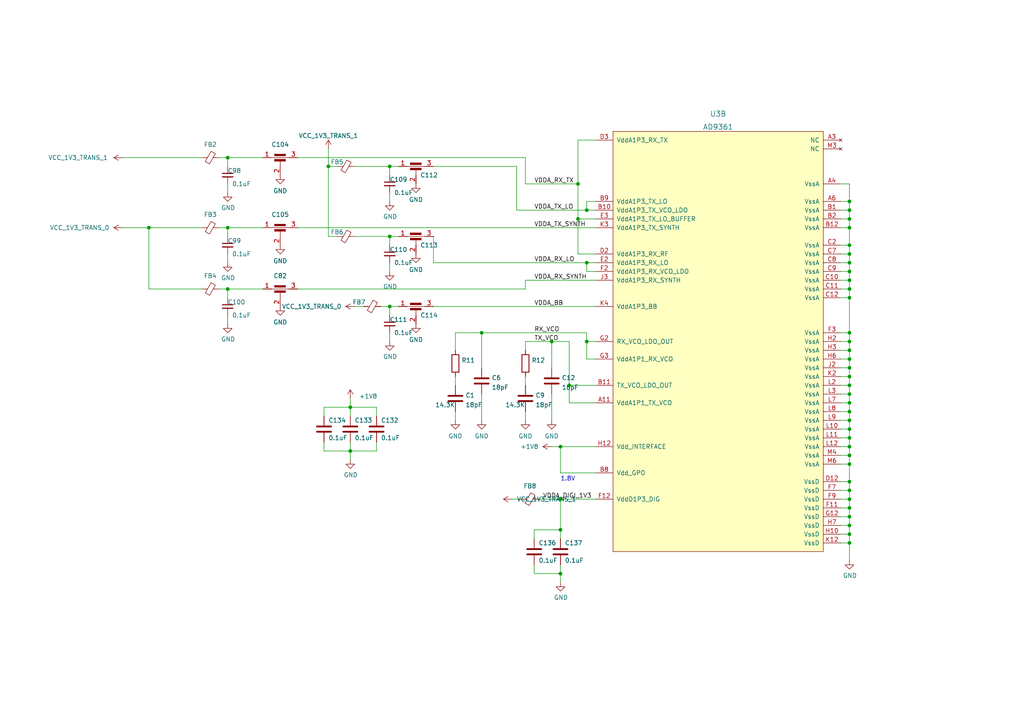
<source format=kicad_sch>
(kicad_sch (version 20220104) (generator eeschema)

  (uuid 3440133d-21af-49eb-9aa8-22055dd45c5a)

  (paper "A4")

  (lib_symbols
    (symbol "7z010_ddr:AD9361" (pin_names (offset 1.016)) (in_bom yes) (on_board yes)
      (property "Reference" "U3" (id 0) (at 0 82.55 0)
        (effects (font (size 1.524 1.524)))
      )
      (property "Value" "AD9361" (id 1) (at 0 78.74 0)
        (effects (font (size 1.524 1.524)))
      )
      (property "Footprint" "RF_Transceiver:bga-100_10_10_1p32_0p8" (id 2) (at 0 0 0)
        (effects (font (size 1.524 1.524)) hide)
      )
      (property "Datasheet" "" (id 3) (at 0 0 0)
        (effects (font (size 1.524 1.524)) hide)
      )
      (property "ki_locked" "" (id 4) (at 0 0 0)
        (effects (font (size 1.27 1.27)))
      )
      (symbol "AD9361_1_1"
        (rectangle (start -30.48 77.47) (end 30.48 -77.47)
          (stroke (width 0) (type default))
          (fill (type background))
        )
        (pin input line (at -35.56 -6.35 0) (length 5.08)
          (name "RX2A-" (effects (font (size 1.27 1.27))))
          (number "A1" (effects (font (size 1.27 1.27))))
        )
        (pin output line (at -35.56 52.07 0) (length 5.08)
          (name "TX2B+" (effects (font (size 1.27 1.27))))
          (number "A10" (effects (font (size 1.27 1.27))))
        )
        (pin input line (at -35.56 36.83 0) (length 5.08)
          (name "TX_EXT_LO_IN" (effects (font (size 1.27 1.27))))
          (number "A12" (effects (font (size 1.27 1.27))))
        )
        (pin input line (at -35.56 -3.81 0) (length 5.08)
          (name "RX2A+" (effects (font (size 1.27 1.27))))
          (number "A2" (effects (font (size 1.27 1.27))))
        )
        (pin input line (at -35.56 41.91 0) (length 5.08)
          (name "TXMON2" (effects (font (size 1.27 1.27))))
          (number "A5" (effects (font (size 1.27 1.27))))
        )
        (pin output line (at -35.56 57.15 0) (length 5.08)
          (name "TX2A-" (effects (font (size 1.27 1.27))))
          (number "A7" (effects (font (size 1.27 1.27))))
        )
        (pin output line (at -35.56 59.69 0) (length 5.08)
          (name "TX2A+" (effects (font (size 1.27 1.27))))
          (number "A8" (effects (font (size 1.27 1.27))))
        )
        (pin output line (at -35.56 49.53 0) (length 5.08)
          (name "TX2B-" (effects (font (size 1.27 1.27))))
          (number "A9" (effects (font (size 1.27 1.27))))
        )
        (pin output line (at -35.56 -46.99 0) (length 5.08)
          (name "AUXDAC1" (effects (font (size 1.27 1.27))))
          (number "B3" (effects (font (size 1.27 1.27))))
        )
        (pin output line (at -35.56 -62.23 0) (length 5.08)
          (name "GPO_3" (effects (font (size 1.27 1.27))))
          (number "B4" (effects (font (size 1.27 1.27))))
        )
        (pin output line (at -35.56 -59.69 0) (length 5.08)
          (name "GPO_2" (effects (font (size 1.27 1.27))))
          (number "B5" (effects (font (size 1.27 1.27))))
        )
        (pin output line (at -35.56 -57.15 0) (length 5.08)
          (name "GPO_1" (effects (font (size 1.27 1.27))))
          (number "B6" (effects (font (size 1.27 1.27))))
        )
        (pin output line (at -35.56 -54.61 0) (length 5.08)
          (name "GPO_0" (effects (font (size 1.27 1.27))))
          (number "B7" (effects (font (size 1.27 1.27))))
        )
        (pin input line (at -35.56 -21.59 0) (length 5.08)
          (name "RX2C-" (effects (font (size 1.27 1.27))))
          (number "C1" (effects (font (size 1.27 1.27))))
        )
        (pin output line (at -35.56 -49.53 0) (length 5.08)
          (name "AUXDAC2" (effects (font (size 1.27 1.27))))
          (number "C3" (effects (font (size 1.27 1.27))))
        )
        (pin input line (at 35.56 -19.05 180) (length 5.08)
          (name "TEST/ENABLE" (effects (font (size 1.27 1.27))))
          (number "C4" (effects (font (size 1.27 1.27))))
        )
        (pin input line (at 35.56 -46.99 180) (length 5.08)
          (name "CTRL_IN0" (effects (font (size 1.27 1.27))))
          (number "C5" (effects (font (size 1.27 1.27))))
        )
        (pin input line (at 35.56 -49.53 180) (length 5.08)
          (name "CTRL_IN1" (effects (font (size 1.27 1.27))))
          (number "C6" (effects (font (size 1.27 1.27))))
        )
        (pin input line (at -35.56 -19.05 0) (length 5.08)
          (name "RX2C+" (effects (font (size 1.27 1.27))))
          (number "D1" (effects (font (size 1.27 1.27))))
        )
        (pin bidirectional line (at 35.56 67.31 180) (length 5.08)
          (name "P0_D3/TX_D1+" (effects (font (size 1.27 1.27))))
          (number "D10" (effects (font (size 1.27 1.27))))
        )
        (pin bidirectional line (at 35.56 72.39 180) (length 5.08)
          (name "P0_D1/TX_D0+" (effects (font (size 1.27 1.27))))
          (number "D11" (effects (font (size 1.27 1.27))))
        )
        (pin output line (at 35.56 -57.15 180) (length 5.08)
          (name "CTRL_OUT0" (effects (font (size 1.27 1.27))))
          (number "D4" (effects (font (size 1.27 1.27))))
        )
        (pin input line (at 35.56 -54.61 180) (length 5.08)
          (name "CTRL_IN3" (effects (font (size 1.27 1.27))))
          (number "D5" (effects (font (size 1.27 1.27))))
        )
        (pin input line (at 35.56 -52.07 180) (length 5.08)
          (name "CTRL_IN2" (effects (font (size 1.27 1.27))))
          (number "D6" (effects (font (size 1.27 1.27))))
        )
        (pin bidirectional line (at 35.56 52.07 180) (length 5.08)
          (name "P0_D9/TX_D4+" (effects (font (size 1.27 1.27))))
          (number "D7" (effects (font (size 1.27 1.27))))
        )
        (pin bidirectional line (at 35.56 57.15 180) (length 5.08)
          (name "P0_D7/TX_D3+" (effects (font (size 1.27 1.27))))
          (number "D8" (effects (font (size 1.27 1.27))))
        )
        (pin bidirectional line (at 35.56 62.23 180) (length 5.08)
          (name "P0_D5/TX_D2+" (effects (font (size 1.27 1.27))))
          (number "D9" (effects (font (size 1.27 1.27))))
        )
        (pin input line (at -35.56 -11.43 0) (length 5.08)
          (name "RX2B+" (effects (font (size 1.27 1.27))))
          (number "E1" (effects (font (size 1.27 1.27))))
        )
        (pin bidirectional line (at 35.56 64.77 180) (length 5.08)
          (name "P0_D4/TX_D2-" (effects (font (size 1.27 1.27))))
          (number "E10" (effects (font (size 1.27 1.27))))
        )
        (pin bidirectional line (at 35.56 69.85 180) (length 5.08)
          (name "P0_D2/TX_D1-" (effects (font (size 1.27 1.27))))
          (number "E11" (effects (font (size 1.27 1.27))))
        )
        (pin bidirectional line (at 35.56 74.93 180) (length 5.08)
          (name "P0_D0/TX_D0-" (effects (font (size 1.27 1.27))))
          (number "E12" (effects (font (size 1.27 1.27))))
        )
        (pin output line (at 35.56 -59.69 180) (length 5.08)
          (name "CTRL_OUT1" (effects (font (size 1.27 1.27))))
          (number "E4" (effects (font (size 1.27 1.27))))
        )
        (pin output line (at 35.56 -62.23 180) (length 5.08)
          (name "CTRL_OUT2" (effects (font (size 1.27 1.27))))
          (number "E5" (effects (font (size 1.27 1.27))))
        )
        (pin output line (at 35.56 -64.77 180) (length 5.08)
          (name "CTRL_OUT3" (effects (font (size 1.27 1.27))))
          (number "E6" (effects (font (size 1.27 1.27))))
        )
        (pin bidirectional line (at 35.56 46.99 180) (length 5.08)
          (name "P0_D11/TX_D5+" (effects (font (size 1.27 1.27))))
          (number "E7" (effects (font (size 1.27 1.27))))
        )
        (pin bidirectional line (at 35.56 54.61 180) (length 5.08)
          (name "P0_D8/TX_D4-" (effects (font (size 1.27 1.27))))
          (number "E8" (effects (font (size 1.27 1.27))))
        )
        (pin bidirectional line (at 35.56 59.69 180) (length 5.08)
          (name "P0_D6/TX_D3-" (effects (font (size 1.27 1.27))))
          (number "E9" (effects (font (size 1.27 1.27))))
        )
        (pin input line (at -35.56 -13.97 0) (length 5.08)
          (name "RX2B-" (effects (font (size 1.27 1.27))))
          (number "F1" (effects (font (size 1.27 1.27))))
        )
        (pin input line (at 35.56 -6.35 180) (length 5.08)
          (name "FB_CLK+" (effects (font (size 1.27 1.27))))
          (number "F10" (effects (font (size 1.27 1.27))))
        )
        (pin output line (at 35.56 -72.39 180) (length 5.08)
          (name "CTRL_OUT6" (effects (font (size 1.27 1.27))))
          (number "F4" (effects (font (size 1.27 1.27))))
        )
        (pin output line (at 35.56 -69.85 180) (length 5.08)
          (name "CTRL_OUT5" (effects (font (size 1.27 1.27))))
          (number "F5" (effects (font (size 1.27 1.27))))
        )
        (pin output line (at 35.56 -67.31 180) (length 5.08)
          (name "CTRL_OUT4" (effects (font (size 1.27 1.27))))
          (number "F6" (effects (font (size 1.27 1.27))))
        )
        (pin bidirectional line (at 35.56 49.53 180) (length 5.08)
          (name "P0_D10/TX_D5-" (effects (font (size 1.27 1.27))))
          (number "F8" (effects (font (size 1.27 1.27))))
        )
        (pin input line (at -35.56 -29.21 0) (length 5.08)
          (name "RX_EXT_LO_IN" (effects (font (size 1.27 1.27))))
          (number "G1" (effects (font (size 1.27 1.27))))
        )
        (pin input line (at 35.56 -8.89 180) (length 5.08)
          (name "FB_CLK-" (effects (font (size 1.27 1.27))))
          (number "G10" (effects (font (size 1.27 1.27))))
        )
        (pin output line (at 35.56 -3.81 180) (length 5.08)
          (name "DATA_CLK+" (effects (font (size 1.27 1.27))))
          (number "G11" (effects (font (size 1.27 1.27))))
        )
        (pin output line (at 35.56 -74.93 180) (length 5.08)
          (name "CTRL_OUT7" (effects (font (size 1.27 1.27))))
          (number "G4" (effects (font (size 1.27 1.27))))
        )
        (pin input line (at 35.56 -29.21 180) (length 5.08)
          (name "EN_AGC" (effects (font (size 1.27 1.27))))
          (number "G5" (effects (font (size 1.27 1.27))))
        )
        (pin input line (at 35.56 -16.51 180) (length 5.08)
          (name "ENABLE" (effects (font (size 1.27 1.27))))
          (number "G6" (effects (font (size 1.27 1.27))))
        )
        (pin output line (at 35.56 6.35 180) (length 5.08)
          (name "RX_FRAME-" (effects (font (size 1.27 1.27))))
          (number "G7" (effects (font (size 1.27 1.27))))
        )
        (pin output line (at 35.56 3.81 180) (length 5.08)
          (name "RX_FRAME+" (effects (font (size 1.27 1.27))))
          (number "G8" (effects (font (size 1.27 1.27))))
        )
        (pin input line (at 35.56 41.91 180) (length 5.08)
          (name "TX_FRAME+" (effects (font (size 1.27 1.27))))
          (number "G9" (effects (font (size 1.27 1.27))))
        )
        (pin input line (at -35.56 11.43 0) (length 5.08)
          (name "RX1B+" (effects (font (size 1.27 1.27))))
          (number "H1" (effects (font (size 1.27 1.27))))
        )
        (pin output line (at 35.56 -1.27 180) (length 5.08)
          (name "DATA_CLK-" (effects (font (size 1.27 1.27))))
          (number "H11" (effects (font (size 1.27 1.27))))
        )
        (pin output line (at 35.56 -26.67 180) (length 5.08)
          (name "TX~{RX}" (effects (font (size 1.27 1.27))))
          (number "H4" (effects (font (size 1.27 1.27))))
        )
        (pin input line (at 35.56 -21.59 180) (length 5.08)
          (name "SYNC_IN" (effects (font (size 1.27 1.27))))
          (number "H5" (effects (font (size 1.27 1.27))))
        )
        (pin bidirectional line (at 35.56 8.89 180) (length 5.08)
          (name "P1_D11/RX_D5+" (effects (font (size 1.27 1.27))))
          (number "H8" (effects (font (size 1.27 1.27))))
        )
        (pin input line (at 35.56 44.45 180) (length 5.08)
          (name "TX_FRAME-" (effects (font (size 1.27 1.27))))
          (number "H9" (effects (font (size 1.27 1.27))))
        )
        (pin input line (at -35.56 8.89 0) (length 5.08)
          (name "RX1B-" (effects (font (size 1.27 1.27))))
          (number "J1" (effects (font (size 1.27 1.27))))
        )
        (pin bidirectional line (at 35.56 24.13 180) (length 5.08)
          (name "P1_D5/RX_D2+" (effects (font (size 1.27 1.27))))
          (number "J10" (effects (font (size 1.27 1.27))))
        )
        (pin bidirectional line (at 35.56 29.21 180) (length 5.08)
          (name "P1_D3/RX_D1+" (effects (font (size 1.27 1.27))))
          (number "J11" (effects (font (size 1.27 1.27))))
        )
        (pin bidirectional line (at 35.56 34.29 180) (length 5.08)
          (name "P1_D1/RX_D0+" (effects (font (size 1.27 1.27))))
          (number "J12" (effects (font (size 1.27 1.27))))
        )
        (pin input line (at 35.56 -39.37 180) (length 5.08)
          (name "SPI_MOSI" (effects (font (size 1.27 1.27))))
          (number "J4" (effects (font (size 1.27 1.27))))
        )
        (pin input line (at 35.56 -36.83 180) (length 5.08)
          (name "SPI_CLK" (effects (font (size 1.27 1.27))))
          (number "J5" (effects (font (size 1.27 1.27))))
        )
        (pin output line (at 35.56 -24.13 180) (length 5.08)
          (name "CLK_OUT" (effects (font (size 1.27 1.27))))
          (number "J6" (effects (font (size 1.27 1.27))))
        )
        (pin bidirectional line (at 35.56 11.43 180) (length 5.08)
          (name "P1_D10/RX_D5-" (effects (font (size 1.27 1.27))))
          (number "J7" (effects (font (size 1.27 1.27))))
        )
        (pin bidirectional line (at 35.56 13.97 180) (length 5.08)
          (name "P1_D9/RX_D4+" (effects (font (size 1.27 1.27))))
          (number "J8" (effects (font (size 1.27 1.27))))
        )
        (pin bidirectional line (at 35.56 19.05 180) (length 5.08)
          (name "P1_D7/RX_D3+" (effects (font (size 1.27 1.27))))
          (number "J9" (effects (font (size 1.27 1.27))))
        )
        (pin input line (at -35.56 3.81 0) (length 5.08)
          (name "RX1C+" (effects (font (size 1.27 1.27))))
          (number "K1" (effects (font (size 1.27 1.27))))
        )
        (pin bidirectional line (at 35.56 31.75 180) (length 5.08)
          (name "P1_D2/RX_D1-" (effects (font (size 1.27 1.27))))
          (number "K10" (effects (font (size 1.27 1.27))))
        )
        (pin bidirectional line (at 35.56 36.83 180) (length 5.08)
          (name "P1_D0/RX_D0-" (effects (font (size 1.27 1.27))))
          (number "K11" (effects (font (size 1.27 1.27))))
        )
        (pin input line (at 35.56 -13.97 180) (length 5.08)
          (name "~{RESET}" (effects (font (size 1.27 1.27))))
          (number "K5" (effects (font (size 1.27 1.27))))
        )
        (pin input line (at 35.56 -34.29 180) (length 5.08)
          (name "SPI_~{EN}" (effects (font (size 1.27 1.27))))
          (number "K6" (effects (font (size 1.27 1.27))))
        )
        (pin bidirectional line (at 35.56 16.51 180) (length 5.08)
          (name "P1_D8/RX_D4-" (effects (font (size 1.27 1.27))))
          (number "K7" (effects (font (size 1.27 1.27))))
        )
        (pin bidirectional line (at 35.56 21.59 180) (length 5.08)
          (name "P1_D6/RX_D3-" (effects (font (size 1.27 1.27))))
          (number "K8" (effects (font (size 1.27 1.27))))
        )
        (pin bidirectional line (at 35.56 26.67 180) (length 5.08)
          (name "P1_D4/RX_D2-" (effects (font (size 1.27 1.27))))
          (number "K9" (effects (font (size 1.27 1.27))))
        )
        (pin input line (at -35.56 1.27 0) (length 5.08)
          (name "RX1C-" (effects (font (size 1.27 1.27))))
          (number "L1" (effects (font (size 1.27 1.27))))
        )
        (pin bidirectional line (at -35.56 -74.93 0) (length 5.08)
          (name "RBIAS" (effects (font (size 1.27 1.27))))
          (number "L4" (effects (font (size 1.27 1.27))))
        )
        (pin input line (at -35.56 -44.45 0) (length 5.08)
          (name "AUXADC" (effects (font (size 1.27 1.27))))
          (number "L5" (effects (font (size 1.27 1.27))))
        )
        (pin output line (at 35.56 -41.91 180) (length 5.08)
          (name "SPI_MISO" (effects (font (size 1.27 1.27))))
          (number "L6" (effects (font (size 1.27 1.27))))
        )
        (pin input line (at -35.56 19.05 0) (length 5.08)
          (name "RX1A+" (effects (font (size 1.27 1.27))))
          (number "M1" (effects (font (size 1.27 1.27))))
        )
        (pin output line (at -35.56 64.77 0) (length 5.08)
          (name "TX1B-" (effects (font (size 1.27 1.27))))
          (number "M10" (effects (font (size 1.27 1.27))))
        )
        (pin bidirectional line (at -35.56 -67.31 0) (length 5.08)
          (name "XTALP" (effects (font (size 1.27 1.27))))
          (number "M11" (effects (font (size 1.27 1.27))))
        )
        (pin bidirectional line (at -35.56 -69.85 0) (length 5.08)
          (name "XTALN" (effects (font (size 1.27 1.27))))
          (number "M12" (effects (font (size 1.27 1.27))))
        )
        (pin input line (at -35.56 16.51 0) (length 5.08)
          (name "RX1A-" (effects (font (size 1.27 1.27))))
          (number "M2" (effects (font (size 1.27 1.27))))
        )
        (pin input line (at -35.56 44.45 0) (length 5.08)
          (name "TXMON1" (effects (font (size 1.27 1.27))))
          (number "M5" (effects (font (size 1.27 1.27))))
        )
        (pin output line (at -35.56 74.93 0) (length 5.08)
          (name "TX1A+" (effects (font (size 1.27 1.27))))
          (number "M7" (effects (font (size 1.27 1.27))))
        )
        (pin output line (at -35.56 72.39 0) (length 5.08)
          (name "TX1A-" (effects (font (size 1.27 1.27))))
          (number "M8" (effects (font (size 1.27 1.27))))
        )
        (pin output line (at -35.56 67.31 0) (length 5.08)
          (name "TX1B+" (effects (font (size 1.27 1.27))))
          (number "M9" (effects (font (size 1.27 1.27))))
        )
      )
      (symbol "AD9361_2_1"
        (rectangle (start -30.48 60.96) (end 30.48 -60.96)
          (stroke (width 0) (type default))
          (fill (type background))
        )
        (pin power_in line (at -35.56 -17.78 0) (length 5.08)
          (name "VddA1P1_TX_VCO" (effects (font (size 1.27 1.27))))
          (number "A11" (effects (font (size 1.27 1.27))))
        )
        (pin no_connect line (at 35.56 58.42 180) (length 5.08)
          (name "NC" (effects (font (size 1.27 1.27))))
          (number "A3" (effects (font (size 1.27 1.27))))
        )
        (pin power_in line (at 35.56 45.72 180) (length 5.08)
          (name "VssA" (effects (font (size 1.27 1.27))))
          (number "A4" (effects (font (size 1.27 1.27))))
        )
        (pin power_in line (at 35.56 40.64 180) (length 5.08)
          (name "VssA" (effects (font (size 1.27 1.27))))
          (number "A6" (effects (font (size 1.27 1.27))))
        )
        (pin power_in line (at 35.56 38.1 180) (length 5.08)
          (name "VssA" (effects (font (size 1.27 1.27))))
          (number "B1" (effects (font (size 1.27 1.27))))
        )
        (pin power_in line (at -35.56 38.1 0) (length 5.08)
          (name "VddA1P3_TX_VCO_LDO" (effects (font (size 1.27 1.27))))
          (number "B10" (effects (font (size 1.27 1.27))))
        )
        (pin power_out line (at -35.56 -12.7 0) (length 5.08)
          (name "TX_VCO_LDO_OUT" (effects (font (size 1.27 1.27))))
          (number "B11" (effects (font (size 1.27 1.27))))
        )
        (pin power_in line (at 35.56 33.02 180) (length 5.08)
          (name "VssA" (effects (font (size 1.27 1.27))))
          (number "B12" (effects (font (size 1.27 1.27))))
        )
        (pin power_in line (at 35.56 35.56 180) (length 5.08)
          (name "VssA" (effects (font (size 1.27 1.27))))
          (number "B2" (effects (font (size 1.27 1.27))))
        )
        (pin power_in line (at -35.56 -38.1 0) (length 5.08)
          (name "Vdd_GPO" (effects (font (size 1.27 1.27))))
          (number "B8" (effects (font (size 1.27 1.27))))
        )
        (pin power_in line (at -35.56 40.64 0) (length 5.08)
          (name "VddA1P3_TX_LO" (effects (font (size 1.27 1.27))))
          (number "B9" (effects (font (size 1.27 1.27))))
        )
        (pin power_in line (at 35.56 17.78 180) (length 5.08)
          (name "VssA" (effects (font (size 1.27 1.27))))
          (number "C10" (effects (font (size 1.27 1.27))))
        )
        (pin power_in line (at 35.56 15.24 180) (length 5.08)
          (name "VssA" (effects (font (size 1.27 1.27))))
          (number "C11" (effects (font (size 1.27 1.27))))
        )
        (pin power_in line (at 35.56 12.7 180) (length 5.08)
          (name "VssA" (effects (font (size 1.27 1.27))))
          (number "C12" (effects (font (size 1.27 1.27))))
        )
        (pin power_in line (at 35.56 27.94 180) (length 5.08)
          (name "VssA" (effects (font (size 1.27 1.27))))
          (number "C2" (effects (font (size 1.27 1.27))))
        )
        (pin power_in line (at 35.56 25.4 180) (length 5.08)
          (name "VssA" (effects (font (size 1.27 1.27))))
          (number "C7" (effects (font (size 1.27 1.27))))
        )
        (pin power_in line (at 35.56 22.86 180) (length 5.08)
          (name "VssA" (effects (font (size 1.27 1.27))))
          (number "C8" (effects (font (size 1.27 1.27))))
        )
        (pin power_in line (at 35.56 20.32 180) (length 5.08)
          (name "VssA" (effects (font (size 1.27 1.27))))
          (number "C9" (effects (font (size 1.27 1.27))))
        )
        (pin power_in line (at 35.56 -40.64 180) (length 5.08)
          (name "VssD" (effects (font (size 1.27 1.27))))
          (number "D12" (effects (font (size 1.27 1.27))))
        )
        (pin power_in line (at -35.56 25.4 0) (length 5.08)
          (name "VddA1P3_RX_RF" (effects (font (size 1.27 1.27))))
          (number "D2" (effects (font (size 1.27 1.27))))
        )
        (pin power_in line (at -35.56 58.42 0) (length 5.08)
          (name "VddA1P3_RX_TX" (effects (font (size 1.27 1.27))))
          (number "D3" (effects (font (size 1.27 1.27))))
        )
        (pin power_in line (at -35.56 22.86 0) (length 5.08)
          (name "VddA1P3_RX_LO" (effects (font (size 1.27 1.27))))
          (number "E2" (effects (font (size 1.27 1.27))))
        )
        (pin power_in line (at -35.56 35.56 0) (length 5.08)
          (name "VddA1P3_TX_LO_BUFFER" (effects (font (size 1.27 1.27))))
          (number "E3" (effects (font (size 1.27 1.27))))
        )
        (pin power_in line (at 35.56 -48.26 180) (length 5.08)
          (name "VssD" (effects (font (size 1.27 1.27))))
          (number "F11" (effects (font (size 1.27 1.27))))
        )
        (pin power_in line (at -35.56 -45.72 0) (length 5.08)
          (name "VddD1P3_DIG" (effects (font (size 1.27 1.27))))
          (number "F12" (effects (font (size 1.27 1.27))))
        )
        (pin power_in line (at -35.56 20.32 0) (length 5.08)
          (name "VddA1P3_RX_VCO_LDO" (effects (font (size 1.27 1.27))))
          (number "F2" (effects (font (size 1.27 1.27))))
        )
        (pin power_in line (at 35.56 2.54 180) (length 5.08)
          (name "VssA" (effects (font (size 1.27 1.27))))
          (number "F3" (effects (font (size 1.27 1.27))))
        )
        (pin power_in line (at 35.56 -43.18 180) (length 5.08)
          (name "VssD" (effects (font (size 1.27 1.27))))
          (number "F7" (effects (font (size 1.27 1.27))))
        )
        (pin power_in line (at 35.56 -45.72 180) (length 5.08)
          (name "VssD" (effects (font (size 1.27 1.27))))
          (number "F9" (effects (font (size 1.27 1.27))))
        )
        (pin power_in line (at 35.56 -50.8 180) (length 5.08)
          (name "VssD" (effects (font (size 1.27 1.27))))
          (number "G12" (effects (font (size 1.27 1.27))))
        )
        (pin power_out line (at -35.56 0 0) (length 5.08)
          (name "RX_VCO_LDO_OUT" (effects (font (size 1.27 1.27))))
          (number "G2" (effects (font (size 1.27 1.27))))
        )
        (pin power_in line (at -35.56 -5.08 0) (length 5.08)
          (name "VddA1P1_RX_VCO" (effects (font (size 1.27 1.27))))
          (number "G3" (effects (font (size 1.27 1.27))))
        )
        (pin power_in line (at 35.56 -55.88 180) (length 5.08)
          (name "VssD" (effects (font (size 1.27 1.27))))
          (number "H10" (effects (font (size 1.27 1.27))))
        )
        (pin power_in line (at -35.56 -30.48 0) (length 5.08)
          (name "Vdd_INTERFACE" (effects (font (size 1.27 1.27))))
          (number "H12" (effects (font (size 1.27 1.27))))
        )
        (pin power_in line (at 35.56 0 180) (length 5.08)
          (name "VssA" (effects (font (size 1.27 1.27))))
          (number "H2" (effects (font (size 1.27 1.27))))
        )
        (pin power_in line (at 35.56 -2.54 180) (length 5.08)
          (name "VssA" (effects (font (size 1.27 1.27))))
          (number "H3" (effects (font (size 1.27 1.27))))
        )
        (pin power_in line (at 35.56 -5.08 180) (length 5.08)
          (name "VssA" (effects (font (size 1.27 1.27))))
          (number "H6" (effects (font (size 1.27 1.27))))
        )
        (pin power_in line (at 35.56 -53.34 180) (length 5.08)
          (name "VssD" (effects (font (size 1.27 1.27))))
          (number "H7" (effects (font (size 1.27 1.27))))
        )
        (pin power_in line (at 35.56 -7.62 180) (length 5.08)
          (name "VssA" (effects (font (size 1.27 1.27))))
          (number "J2" (effects (font (size 1.27 1.27))))
        )
        (pin power_in line (at -35.56 17.78 0) (length 5.08)
          (name "VddA1P3_RX_SYNTH" (effects (font (size 1.27 1.27))))
          (number "J3" (effects (font (size 1.27 1.27))))
        )
        (pin power_in line (at 35.56 -58.42 180) (length 5.08)
          (name "VssD" (effects (font (size 1.27 1.27))))
          (number "K12" (effects (font (size 1.27 1.27))))
        )
        (pin power_in line (at 35.56 -10.16 180) (length 5.08)
          (name "VssA" (effects (font (size 1.27 1.27))))
          (number "K2" (effects (font (size 1.27 1.27))))
        )
        (pin power_in line (at -35.56 33.02 0) (length 5.08)
          (name "VddA1P3_TX_SYNTH" (effects (font (size 1.27 1.27))))
          (number "K3" (effects (font (size 1.27 1.27))))
        )
        (pin power_in line (at -35.56 10.16 0) (length 5.08)
          (name "VddA1P3_BB" (effects (font (size 1.27 1.27))))
          (number "K4" (effects (font (size 1.27 1.27))))
        )
        (pin power_in line (at 35.56 -25.4 180) (length 5.08)
          (name "VssA" (effects (font (size 1.27 1.27))))
          (number "L10" (effects (font (size 1.27 1.27))))
        )
        (pin power_in line (at 35.56 -27.94 180) (length 5.08)
          (name "VssA" (effects (font (size 1.27 1.27))))
          (number "L11" (effects (font (size 1.27 1.27))))
        )
        (pin power_in line (at 35.56 -30.48 180) (length 5.08)
          (name "VssA" (effects (font (size 1.27 1.27))))
          (number "L12" (effects (font (size 1.27 1.27))))
        )
        (pin power_in line (at 35.56 -12.7 180) (length 5.08)
          (name "VssA" (effects (font (size 1.27 1.27))))
          (number "L2" (effects (font (size 1.27 1.27))))
        )
        (pin power_in line (at 35.56 -15.24 180) (length 5.08)
          (name "VssA" (effects (font (size 1.27 1.27))))
          (number "L3" (effects (font (size 1.27 1.27))))
        )
        (pin power_in line (at 35.56 -17.78 180) (length 5.08)
          (name "VssA" (effects (font (size 1.27 1.27))))
          (number "L7" (effects (font (size 1.27 1.27))))
        )
        (pin power_in line (at 35.56 -20.32 180) (length 5.08)
          (name "VssA" (effects (font (size 1.27 1.27))))
          (number "L8" (effects (font (size 1.27 1.27))))
        )
        (pin power_in line (at 35.56 -22.86 180) (length 5.08)
          (name "VssA" (effects (font (size 1.27 1.27))))
          (number "L9" (effects (font (size 1.27 1.27))))
        )
        (pin no_connect line (at 35.56 55.88 180) (length 5.08)
          (name "NC" (effects (font (size 1.27 1.27))))
          (number "M3" (effects (font (size 1.27 1.27))))
        )
        (pin power_in line (at 35.56 -33.02 180) (length 5.08)
          (name "VssA" (effects (font (size 1.27 1.27))))
          (number "M4" (effects (font (size 1.27 1.27))))
        )
        (pin power_in line (at 35.56 -35.56 180) (length 5.08)
          (name "VssA" (effects (font (size 1.27 1.27))))
          (number "M6" (effects (font (size 1.27 1.27))))
        )
      )
    )
    (symbol "7z010_ddr:VCC_1V3_TRANS_0" (power) (pin_names (offset 0)) (in_bom yes) (on_board yes)
      (property "Reference" "#PWR0224" (id 0) (at 0 -3.81 0)
        (effects (font (size 1.27 1.27)) hide)
      )
      (property "Value" "VCC_1V3_TRANS_0" (id 1) (at 0 3.81 0)
        (effects (font (size 1.27 1.27)))
      )
      (property "Footprint" "" (id 2) (at 0 0 0)
        (effects (font (size 1.27 1.27)) hide)
      )
      (property "Datasheet" "" (id 3) (at 0 0 0)
        (effects (font (size 1.27 1.27)) hide)
      )
      (property "ki_keywords" "power-flag" (id 4) (at 0 0 0)
        (effects (font (size 1.27 1.27)) hide)
      )
      (property "ki_description" "Power symbol creates a global label with name \"+1V3\"" (id 5) (at 0 0 0)
        (effects (font (size 1.27 1.27)) hide)
      )
      (symbol "VCC_1V3_TRANS_0_0_1"
        (polyline
          (pts
            (xy -0.762 1.27)
            (xy 0 2.54)
          )
          (stroke (width 0) (type default))
          (fill (type none))
        )
        (polyline
          (pts
            (xy 0 0)
            (xy 0 2.54)
          )
          (stroke (width 0) (type default))
          (fill (type none))
        )
        (polyline
          (pts
            (xy 0 2.54)
            (xy 0.762 1.27)
          )
          (stroke (width 0) (type default))
          (fill (type none))
        )
      )
      (symbol "VCC_1V3_TRANS_0_1_1"
        (pin power_in line (at 0 0 90) (length 0) hide
          (name "VCC_1V3_TRANS_0" (effects (font (size 1.27 1.27))))
          (number "1" (effects (font (size 1.27 1.27))))
        )
      )
    )
    (symbol "7z010_ddr:VCC_1V3_TRANS_1" (power) (pin_names (offset 0)) (in_bom yes) (on_board yes)
      (property "Reference" "#PWR0224" (id 0) (at 0 -3.81 0)
        (effects (font (size 1.27 1.27)) hide)
      )
      (property "Value" "VCC_1V3_TRANS_1" (id 1) (at 0 3.81 0)
        (effects (font (size 1.27 1.27)))
      )
      (property "Footprint" "" (id 2) (at 0 0 0)
        (effects (font (size 1.27 1.27)) hide)
      )
      (property "Datasheet" "" (id 3) (at 0 0 0)
        (effects (font (size 1.27 1.27)) hide)
      )
      (property "ki_keywords" "power-flag" (id 4) (at 0 0 0)
        (effects (font (size 1.27 1.27)) hide)
      )
      (property "ki_description" "Power symbol creates a global label with name \"+1V3\"" (id 5) (at 0 0 0)
        (effects (font (size 1.27 1.27)) hide)
      )
      (symbol "VCC_1V3_TRANS_1_0_1"
        (polyline
          (pts
            (xy -0.762 1.27)
            (xy 0 2.54)
          )
          (stroke (width 0) (type default))
          (fill (type none))
        )
        (polyline
          (pts
            (xy 0 0)
            (xy 0 2.54)
          )
          (stroke (width 0) (type default))
          (fill (type none))
        )
        (polyline
          (pts
            (xy 0 2.54)
            (xy 0.762 1.27)
          )
          (stroke (width 0) (type default))
          (fill (type none))
        )
      )
      (symbol "VCC_1V3_TRANS_1_1_1"
        (pin power_in line (at 0 0 90) (length 0) hide
          (name "VCC_1V3_TRANS_1" (effects (font (size 1.27 1.27))))
          (number "1" (effects (font (size 1.27 1.27))))
        )
      )
    )
    (symbol "Device:C" (pin_numbers hide) (pin_names (offset 0.254)) (in_bom yes) (on_board yes)
      (property "Reference" "C" (id 0) (at 0.635 2.54 0)
        (effects (font (size 1.27 1.27)) (justify left))
      )
      (property "Value" "C" (id 1) (at 0.635 -2.54 0)
        (effects (font (size 1.27 1.27)) (justify left))
      )
      (property "Footprint" "" (id 2) (at 0.9652 -3.81 0)
        (effects (font (size 1.27 1.27)) hide)
      )
      (property "Datasheet" "~" (id 3) (at 0 0 0)
        (effects (font (size 1.27 1.27)) hide)
      )
      (property "ki_keywords" "cap capacitor" (id 4) (at 0 0 0)
        (effects (font (size 1.27 1.27)) hide)
      )
      (property "ki_description" "Unpolarized capacitor" (id 5) (at 0 0 0)
        (effects (font (size 1.27 1.27)) hide)
      )
      (property "ki_fp_filters" "C_*" (id 6) (at 0 0 0)
        (effects (font (size 1.27 1.27)) hide)
      )
      (symbol "C_0_1"
        (polyline
          (pts
            (xy -2.032 -0.762)
            (xy 2.032 -0.762)
          )
          (stroke (width 0.508) (type default))
          (fill (type none))
        )
        (polyline
          (pts
            (xy -2.032 0.762)
            (xy 2.032 0.762)
          )
          (stroke (width 0.508) (type default))
          (fill (type none))
        )
      )
      (symbol "C_1_1"
        (pin passive line (at 0 3.81 270) (length 2.794)
          (name "~" (effects (font (size 1.27 1.27))))
          (number "1" (effects (font (size 1.27 1.27))))
        )
        (pin passive line (at 0 -3.81 90) (length 2.794)
          (name "~" (effects (font (size 1.27 1.27))))
          (number "2" (effects (font (size 1.27 1.27))))
        )
      )
    )
    (symbol "Device:C_Feedthrough" (pin_names (offset 0.254) hide) (in_bom yes) (on_board yes)
      (property "Reference" "C" (id 0) (at 0 7.62 0)
        (effects (font (size 1.27 1.27)))
      )
      (property "Value" "C_Feedthrough" (id 1) (at 0 5.715 0)
        (effects (font (size 1.27 1.27)))
      )
      (property "Footprint" "" (id 2) (at 0 0 90)
        (effects (font (size 1.27 1.27)) hide)
      )
      (property "Datasheet" "~" (id 3) (at 0 0 90)
        (effects (font (size 1.27 1.27)) hide)
      )
      (property "ki_keywords" "EMI filter feedthrough capacitor" (id 4) (at 0 0 0)
        (effects (font (size 1.27 1.27)) hide)
      )
      (property "ki_description" "Feedthrough capacitor" (id 5) (at 0 0 0)
        (effects (font (size 1.27 1.27)) hide)
      )
      (symbol "C_Feedthrough_0_1"
        (rectangle (start -1.651 1.524) (end 1.524 2.032)
          (stroke (width 0) (type default))
          (fill (type outline))
        )
        (polyline
          (pts
            (xy -2.54 2.54)
            (xy 2.54 2.54)
          )
          (stroke (width 0) (type default))
          (fill (type none))
        )
        (polyline
          (pts
            (xy 0 0)
            (xy 0 1.778)
          )
          (stroke (width 0) (type default))
          (fill (type none))
        )
        (rectangle (start 1.524 3.048) (end -1.651 3.556)
          (stroke (width 0) (type default))
          (fill (type outline))
        )
      )
      (symbol "C_Feedthrough_1_1"
        (pin passive line (at -5.08 2.54 0) (length 2.54)
          (name "1" (effects (font (size 1.27 1.27))))
          (number "1" (effects (font (size 1.27 1.27))))
        )
        (pin passive line (at 0 -2.54 90) (length 2.54)
          (name "2" (effects (font (size 1.27 1.27))))
          (number "2" (effects (font (size 1.27 1.27))))
        )
        (pin passive line (at 5.08 2.54 180) (length 2.54)
          (name "3" (effects (font (size 1.27 1.27))))
          (number "3" (effects (font (size 1.27 1.27))))
        )
      )
    )
    (symbol "Device:C_Small" (pin_numbers hide) (pin_names (offset 0.254) hide) (in_bom yes) (on_board yes)
      (property "Reference" "C" (id 0) (at 0.254 1.778 0)
        (effects (font (size 1.27 1.27)) (justify left))
      )
      (property "Value" "C_Small" (id 1) (at 0.254 -2.032 0)
        (effects (font (size 1.27 1.27)) (justify left))
      )
      (property "Footprint" "" (id 2) (at 0 0 0)
        (effects (font (size 1.27 1.27)) hide)
      )
      (property "Datasheet" "~" (id 3) (at 0 0 0)
        (effects (font (size 1.27 1.27)) hide)
      )
      (property "ki_keywords" "capacitor cap" (id 4) (at 0 0 0)
        (effects (font (size 1.27 1.27)) hide)
      )
      (property "ki_description" "Unpolarized capacitor, small symbol" (id 5) (at 0 0 0)
        (effects (font (size 1.27 1.27)) hide)
      )
      (property "ki_fp_filters" "C_*" (id 6) (at 0 0 0)
        (effects (font (size 1.27 1.27)) hide)
      )
      (symbol "C_Small_0_1"
        (polyline
          (pts
            (xy -1.524 -0.508)
            (xy 1.524 -0.508)
          )
          (stroke (width 0.3302) (type default))
          (fill (type none))
        )
        (polyline
          (pts
            (xy -1.524 0.508)
            (xy 1.524 0.508)
          )
          (stroke (width 0.3048) (type default))
          (fill (type none))
        )
      )
      (symbol "C_Small_1_1"
        (pin passive line (at 0 2.54 270) (length 2.032)
          (name "~" (effects (font (size 1.27 1.27))))
          (number "1" (effects (font (size 1.27 1.27))))
        )
        (pin passive line (at 0 -2.54 90) (length 2.032)
          (name "~" (effects (font (size 1.27 1.27))))
          (number "2" (effects (font (size 1.27 1.27))))
        )
      )
    )
    (symbol "Device:FerriteBead_Small" (pin_numbers hide) (pin_names (offset 0)) (in_bom yes) (on_board yes)
      (property "Reference" "FB" (id 0) (at 1.905 1.27 0)
        (effects (font (size 1.27 1.27)) (justify left))
      )
      (property "Value" "FerriteBead_Small" (id 1) (at 1.905 -1.27 0)
        (effects (font (size 1.27 1.27)) (justify left))
      )
      (property "Footprint" "" (id 2) (at -1.778 0 90)
        (effects (font (size 1.27 1.27)) hide)
      )
      (property "Datasheet" "~" (id 3) (at 0 0 0)
        (effects (font (size 1.27 1.27)) hide)
      )
      (property "ki_keywords" "L ferrite bead inductor filter" (id 4) (at 0 0 0)
        (effects (font (size 1.27 1.27)) hide)
      )
      (property "ki_description" "Ferrite bead, small symbol" (id 5) (at 0 0 0)
        (effects (font (size 1.27 1.27)) hide)
      )
      (property "ki_fp_filters" "Inductor_* L_* *Ferrite*" (id 6) (at 0 0 0)
        (effects (font (size 1.27 1.27)) hide)
      )
      (symbol "FerriteBead_Small_0_1"
        (polyline
          (pts
            (xy 0 -1.27)
            (xy 0 -0.7874)
          )
          (stroke (width 0) (type default))
          (fill (type none))
        )
        (polyline
          (pts
            (xy 0 0.889)
            (xy 0 1.2954)
          )
          (stroke (width 0) (type default))
          (fill (type none))
        )
        (polyline
          (pts
            (xy -1.8288 0.2794)
            (xy -1.1176 1.4986)
            (xy 1.8288 -0.2032)
            (xy 1.1176 -1.4224)
            (xy -1.8288 0.2794)
          )
          (stroke (width 0) (type default))
          (fill (type none))
        )
      )
      (symbol "FerriteBead_Small_1_1"
        (pin passive line (at 0 2.54 270) (length 1.27)
          (name "~" (effects (font (size 1.27 1.27))))
          (number "1" (effects (font (size 1.27 1.27))))
        )
        (pin passive line (at 0 -2.54 90) (length 1.27)
          (name "~" (effects (font (size 1.27 1.27))))
          (number "2" (effects (font (size 1.27 1.27))))
        )
      )
    )
    (symbol "Device:R" (pin_numbers hide) (pin_names (offset 0)) (in_bom yes) (on_board yes)
      (property "Reference" "R" (id 0) (at 2.032 0 90)
        (effects (font (size 1.27 1.27)))
      )
      (property "Value" "R" (id 1) (at 0 0 90)
        (effects (font (size 1.27 1.27)))
      )
      (property "Footprint" "" (id 2) (at -1.778 0 90)
        (effects (font (size 1.27 1.27)) hide)
      )
      (property "Datasheet" "~" (id 3) (at 0 0 0)
        (effects (font (size 1.27 1.27)) hide)
      )
      (property "ki_keywords" "R res resistor" (id 4) (at 0 0 0)
        (effects (font (size 1.27 1.27)) hide)
      )
      (property "ki_description" "Resistor" (id 5) (at 0 0 0)
        (effects (font (size 1.27 1.27)) hide)
      )
      (property "ki_fp_filters" "R_*" (id 6) (at 0 0 0)
        (effects (font (size 1.27 1.27)) hide)
      )
      (symbol "R_0_1"
        (rectangle (start -1.016 -2.54) (end 1.016 2.54)
          (stroke (width 0.254) (type default))
          (fill (type none))
        )
      )
      (symbol "R_1_1"
        (pin passive line (at 0 3.81 270) (length 1.27)
          (name "~" (effects (font (size 1.27 1.27))))
          (number "1" (effects (font (size 1.27 1.27))))
        )
        (pin passive line (at 0 -3.81 90) (length 1.27)
          (name "~" (effects (font (size 1.27 1.27))))
          (number "2" (effects (font (size 1.27 1.27))))
        )
      )
    )
    (symbol "power:+1V8" (power) (pin_names (offset 0)) (in_bom yes) (on_board yes)
      (property "Reference" "#PWR" (id 0) (at 0 -3.81 0)
        (effects (font (size 1.27 1.27)) hide)
      )
      (property "Value" "+1V8" (id 1) (at 0 3.556 0)
        (effects (font (size 1.27 1.27)))
      )
      (property "Footprint" "" (id 2) (at 0 0 0)
        (effects (font (size 1.27 1.27)) hide)
      )
      (property "Datasheet" "" (id 3) (at 0 0 0)
        (effects (font (size 1.27 1.27)) hide)
      )
      (property "ki_keywords" "power-flag" (id 4) (at 0 0 0)
        (effects (font (size 1.27 1.27)) hide)
      )
      (property "ki_description" "Power symbol creates a global label with name \"+1V8\"" (id 5) (at 0 0 0)
        (effects (font (size 1.27 1.27)) hide)
      )
      (symbol "+1V8_0_1"
        (polyline
          (pts
            (xy -0.762 1.27)
            (xy 0 2.54)
          )
          (stroke (width 0) (type default))
          (fill (type none))
        )
        (polyline
          (pts
            (xy 0 0)
            (xy 0 2.54)
          )
          (stroke (width 0) (type default))
          (fill (type none))
        )
        (polyline
          (pts
            (xy 0 2.54)
            (xy 0.762 1.27)
          )
          (stroke (width 0) (type default))
          (fill (type none))
        )
      )
      (symbol "+1V8_1_1"
        (pin power_in line (at 0 0 90) (length 0) hide
          (name "+1V8" (effects (font (size 1.27 1.27))))
          (number "1" (effects (font (size 1.27 1.27))))
        )
      )
    )
    (symbol "power:GND" (power) (pin_names (offset 0)) (in_bom yes) (on_board yes)
      (property "Reference" "#PWR" (id 0) (at 0 -6.35 0)
        (effects (font (size 1.27 1.27)) hide)
      )
      (property "Value" "GND" (id 1) (at 0 -3.81 0)
        (effects (font (size 1.27 1.27)))
      )
      (property "Footprint" "" (id 2) (at 0 0 0)
        (effects (font (size 1.27 1.27)) hide)
      )
      (property "Datasheet" "" (id 3) (at 0 0 0)
        (effects (font (size 1.27 1.27)) hide)
      )
      (property "ki_keywords" "power-flag" (id 4) (at 0 0 0)
        (effects (font (size 1.27 1.27)) hide)
      )
      (property "ki_description" "Power symbol creates a global label with name \"GND\" , ground" (id 5) (at 0 0 0)
        (effects (font (size 1.27 1.27)) hide)
      )
      (symbol "GND_0_1"
        (polyline
          (pts
            (xy 0 0)
            (xy 0 -1.27)
            (xy 1.27 -1.27)
            (xy 0 -2.54)
            (xy -1.27 -1.27)
            (xy 0 -1.27)
          )
          (stroke (width 0) (type default))
          (fill (type none))
        )
      )
      (symbol "GND_1_1"
        (pin power_in line (at 0 0 270) (length 0) hide
          (name "GND" (effects (font (size 1.27 1.27))))
          (number "1" (effects (font (size 1.27 1.27))))
        )
      )
    )
  )

  (junction (at 113.03 48.26) (diameter 0) (color 0 0 0 0)
    (uuid 008ca8eb-d9fd-4730-8131-fdac56e49eae)
  )
  (junction (at 246.38 109.22) (diameter 0) (color 0 0 0 0)
    (uuid 07552b89-b1ff-413d-8832-7bb0e354b26c)
  )
  (junction (at 246.38 116.84) (diameter 0) (color 0 0 0 0)
    (uuid 0cbf9403-cb42-40f4-bebc-fb4656a11d5f)
  )
  (junction (at 246.38 63.5) (diameter 0) (color 0 0 0 0)
    (uuid 10cf9efc-ac22-48b3-9ee9-a9949781ce81)
  )
  (junction (at 246.38 114.3) (diameter 0) (color 0 0 0 0)
    (uuid 188327f7-59dc-4dd3-b7c4-d69c0d41477b)
  )
  (junction (at 246.38 104.14) (diameter 0) (color 0 0 0 0)
    (uuid 1a0f12b8-7b7b-4aee-8f71-dc83aab58724)
  )
  (junction (at 246.38 119.38) (diameter 0) (color 0 0 0 0)
    (uuid 1ef05041-d6f0-4f6c-b538-49430f127bb8)
  )
  (junction (at 246.38 154.94) (diameter 0) (color 0 0 0 0)
    (uuid 2309d302-91d8-4626-a7ad-3d56e4b71a49)
  )
  (junction (at 246.38 152.4) (diameter 0) (color 0 0 0 0)
    (uuid 29935363-f094-4182-8c73-a8404439cf18)
  )
  (junction (at 66.04 83.82) (diameter 0) (color 0 0 0 0)
    (uuid 2f30bcf3-57f8-48aa-a852-e1a3acf2dcec)
  )
  (junction (at 165.1 111.76) (diameter 0) (color 0 0 0 0)
    (uuid 31fa7902-21d8-41eb-8c77-19118543aa5b)
  )
  (junction (at 246.38 76.2) (diameter 0) (color 0 0 0 0)
    (uuid 34675c72-f679-4409-896c-1dc155637d9e)
  )
  (junction (at 246.38 121.92) (diameter 0) (color 0 0 0 0)
    (uuid 3745b06c-f05a-4436-b0db-75bbbe656970)
  )
  (junction (at 246.38 58.42) (diameter 0) (color 0 0 0 0)
    (uuid 39ff5c77-db9c-4b49-bc25-b448d267166d)
  )
  (junction (at 246.38 124.46) (diameter 0) (color 0 0 0 0)
    (uuid 3afe77bd-a430-48ed-a03e-ce99f018f7f8)
  )
  (junction (at 246.38 71.12) (diameter 0) (color 0 0 0 0)
    (uuid 478f5602-2410-4148-8360-ab7400faea8b)
  )
  (junction (at 246.38 60.96) (diameter 0) (color 0 0 0 0)
    (uuid 4a300d05-b9c2-48cb-8587-8606cff34d63)
  )
  (junction (at 246.38 111.76) (diameter 0) (color 0 0 0 0)
    (uuid 4f55f634-12dc-433a-8cb1-bca9620985cd)
  )
  (junction (at 170.18 99.06) (diameter 0) (color 0 0 0 0)
    (uuid 62b4defc-4af7-41c8-a47b-558f062218f6)
  )
  (junction (at 246.38 132.08) (diameter 0) (color 0 0 0 0)
    (uuid 63b5ff50-23d7-43cd-9673-363e521690bc)
  )
  (junction (at 101.6 130.81) (diameter 0) (color 0 0 0 0)
    (uuid 6488f7ac-0f68-4d7d-bbb4-b51c9ee534b0)
  )
  (junction (at 113.03 68.58) (diameter 0) (color 0 0 0 0)
    (uuid 668a64a4-3991-42d8-b233-9b84c37b9032)
  )
  (junction (at 113.03 88.9) (diameter 0) (color 0 0 0 0)
    (uuid 68d3c888-b595-4c43-a76b-cff83f01314d)
  )
  (junction (at 246.38 134.62) (diameter 0) (color 0 0 0 0)
    (uuid 698153ae-8f76-426a-8fc1-cc2b5eb9b4f9)
  )
  (junction (at 246.38 101.6) (diameter 0) (color 0 0 0 0)
    (uuid 761cd8ab-c35c-4d64-b248-a3c0a4f54f18)
  )
  (junction (at 246.38 83.82) (diameter 0) (color 0 0 0 0)
    (uuid 7d2bd3b8-0580-4596-b2da-fe96feb37b74)
  )
  (junction (at 246.38 139.7) (diameter 0) (color 0 0 0 0)
    (uuid 7dc1a5e6-0997-4def-9f9c-ba7411e20419)
  )
  (junction (at 170.18 76.2) (diameter 0) (color 0 0 0 0)
    (uuid 82ac31ba-9e60-4931-9d25-90b507da3865)
  )
  (junction (at 162.56 166.37) (diameter 0) (color 0 0 0 0)
    (uuid 84716d5f-b494-40d7-b7bd-8719c8ae67af)
  )
  (junction (at 246.38 73.66) (diameter 0) (color 0 0 0 0)
    (uuid 8fec0a61-e659-4312-baf1-b7762ce14a87)
  )
  (junction (at 162.56 129.54) (diameter 0) (color 0 0 0 0)
    (uuid 939fbc07-58b1-46ee-9806-c8a8ed970664)
  )
  (junction (at 43.18 66.04) (diameter 0) (color 0 0 0 0)
    (uuid 93aef9bf-26cc-491d-83f7-a5b55c2f51e7)
  )
  (junction (at 246.38 106.68) (diameter 0) (color 0 0 0 0)
    (uuid 94244b4c-c393-4a00-8366-1010db3c762a)
  )
  (junction (at 246.38 157.48) (diameter 0) (color 0 0 0 0)
    (uuid 9589e2ad-f867-4877-b589-e455f173dabb)
  )
  (junction (at 66.04 66.04) (diameter 0) (color 0 0 0 0)
    (uuid 9acddb7e-7e42-4ac2-bbcb-43509839d143)
  )
  (junction (at 246.38 66.04) (diameter 0) (color 0 0 0 0)
    (uuid 9ba64e8f-d331-408c-a6bf-a044ffd7327a)
  )
  (junction (at 101.6 118.11) (diameter 0) (color 0 0 0 0)
    (uuid 9c1b7eb9-298c-4007-bab8-be813998c02f)
  )
  (junction (at 246.38 99.06) (diameter 0) (color 0 0 0 0)
    (uuid 9f5d1ecf-b094-428e-99e5-fd8f917fe586)
  )
  (junction (at 246.38 127) (diameter 0) (color 0 0 0 0)
    (uuid a1bd1833-adad-4480-9b33-c46b00f67ed7)
  )
  (junction (at 170.18 60.96) (diameter 0) (color 0 0 0 0)
    (uuid a57cc4f0-5647-43aa-bd04-f8bab8f5f004)
  )
  (junction (at 162.56 153.67) (diameter 0) (color 0 0 0 0)
    (uuid b26ffb1c-d029-45ff-8294-ad69a9500833)
  )
  (junction (at 246.38 96.52) (diameter 0) (color 0 0 0 0)
    (uuid b7c2fc81-332b-404b-a344-bfa43b1ce4d0)
  )
  (junction (at 246.38 78.74) (diameter 0) (color 0 0 0 0)
    (uuid bb295ca6-b47a-4a35-b55b-049faf321924)
  )
  (junction (at 246.38 81.28) (diameter 0) (color 0 0 0 0)
    (uuid c50d4d24-cf90-463c-b15d-af721cabf3af)
  )
  (junction (at 246.38 144.78) (diameter 0) (color 0 0 0 0)
    (uuid c5b5cd72-63c7-4b82-b3f2-c77228a92920)
  )
  (junction (at 246.38 147.32) (diameter 0) (color 0 0 0 0)
    (uuid c887e2b1-0a4a-46b3-a565-59105b9d771e)
  )
  (junction (at 246.38 149.86) (diameter 0) (color 0 0 0 0)
    (uuid c8cad472-a928-45d6-835d-6ee6213f3e27)
  )
  (junction (at 167.64 63.5) (diameter 0) (color 0 0 0 0)
    (uuid c9c5c94b-59bb-47a2-bf2f-90574fa0bdd7)
  )
  (junction (at 160.02 99.06) (diameter 0) (color 0 0 0 0)
    (uuid cb206e21-f95e-48bc-b7c8-e8305d46ac36)
  )
  (junction (at 246.38 129.54) (diameter 0) (color 0 0 0 0)
    (uuid d85ef4a4-b0b9-4cd7-ad52-e62e6cbbbf71)
  )
  (junction (at 246.38 142.24) (diameter 0) (color 0 0 0 0)
    (uuid e16846a2-431d-490f-af15-83e04e6213a1)
  )
  (junction (at 95.25 48.26) (diameter 0) (color 0 0 0 0)
    (uuid e2e27e8d-11e5-4f1a-8647-0c285b593ccb)
  )
  (junction (at 139.7 96.52) (diameter 0) (color 0 0 0 0)
    (uuid f22f4342-ce50-426c-8213-c053b135ce43)
  )
  (junction (at 162.56 144.78) (diameter 0) (color 0 0 0 0)
    (uuid f433c18a-602e-4ddd-998a-65ceb0de3e8a)
  )
  (junction (at 246.38 86.36) (diameter 0) (color 0 0 0 0)
    (uuid f76b9ef1-9247-4d5a-abd5-b3bd9797ef4e)
  )
  (junction (at 66.04 45.72) (diameter 0) (color 0 0 0 0)
    (uuid f8832f93-ac22-4574-bcad-44c5aa4d84ac)
  )
  (junction (at 167.64 53.34) (diameter 0) (color 0 0 0 0)
    (uuid f9287ad3-f669-4399-8a91-510447e33884)
  )

  (wire (pts (xy 113.03 68.58) (xy 115.57 68.58))
    (stroke (width 0) (type default))
    (uuid 00891e3c-9bbb-428f-9912-ac576b2e675f)
  )
  (wire (pts (xy 86.36 83.82) (xy 152.4 83.82))
    (stroke (width 0) (type default))
    (uuid 0138ec1c-8885-4f7c-b1ca-ef2e166225d1)
  )
  (wire (pts (xy 167.64 63.5) (xy 167.64 53.34))
    (stroke (width 0) (type default))
    (uuid 0299f269-0504-438e-85b8-bf129a96da9f)
  )
  (wire (pts (xy 246.38 104.14) (xy 243.84 104.14))
    (stroke (width 0) (type default))
    (uuid 061d8667-b2e5-48e3-9203-bfb8feae983f)
  )
  (wire (pts (xy 246.38 53.34) (xy 246.38 58.42))
    (stroke (width 0) (type default))
    (uuid 06b43f5a-1994-457c-b7cc-6b9ef99d5da4)
  )
  (wire (pts (xy 113.03 96.52) (xy 113.03 99.06))
    (stroke (width 0) (type default))
    (uuid 0808e9d7-e1c2-4dfe-a5c7-cec91b83b06a)
  )
  (wire (pts (xy 246.38 129.54) (xy 243.84 129.54))
    (stroke (width 0) (type default))
    (uuid 0991f0de-022b-444d-8fd7-508bf25f0d77)
  )
  (wire (pts (xy 246.38 162.56) (xy 246.38 157.48))
    (stroke (width 0) (type default))
    (uuid 0993ae23-aaad-4f0b-9a2f-2f05e674df3a)
  )
  (wire (pts (xy 246.38 132.08) (xy 246.38 134.62))
    (stroke (width 0) (type default))
    (uuid 0a0514b3-d492-4f38-8c93-7196885101a3)
  )
  (wire (pts (xy 246.38 139.7) (xy 243.84 139.7))
    (stroke (width 0) (type default))
    (uuid 0aeae0a3-6e51-4a88-9d1c-902bf81015e6)
  )
  (wire (pts (xy 246.38 109.22) (xy 246.38 111.76))
    (stroke (width 0) (type default))
    (uuid 0cfe5937-6886-4b70-b0bc-b7b0ee7e7d8c)
  )
  (wire (pts (xy 101.6 128.27) (xy 101.6 130.81))
    (stroke (width 0) (type default))
    (uuid 0d90f4fc-c2fc-487b-9d9e-5fe5e3e022ba)
  )
  (wire (pts (xy 246.38 78.74) (xy 246.38 81.28))
    (stroke (width 0) (type default))
    (uuid 0d954510-da2f-4f7d-8f57-ea5f794a450a)
  )
  (wire (pts (xy 152.4 83.82) (xy 152.4 81.28))
    (stroke (width 0) (type default))
    (uuid 0ead7f90-a47c-4293-a6c2-e67455b66235)
  )
  (wire (pts (xy 246.38 99.06) (xy 243.84 99.06))
    (stroke (width 0) (type default))
    (uuid 11af7209-7ac2-4ce3-919e-ca1ba62e80bc)
  )
  (wire (pts (xy 246.38 149.86) (xy 246.38 152.4))
    (stroke (width 0) (type default))
    (uuid 17094c48-4969-44d9-964e-9fad3eaa3748)
  )
  (wire (pts (xy 246.38 60.96) (xy 246.38 63.5))
    (stroke (width 0) (type default))
    (uuid 176b007b-a67b-4e01-a47d-7ff607b5eb95)
  )
  (wire (pts (xy 162.56 144.78) (xy 162.56 153.67))
    (stroke (width 0) (type default))
    (uuid 17b6c800-b499-4d63-bffc-626684a7f291)
  )
  (wire (pts (xy 172.72 76.2) (xy 170.18 76.2))
    (stroke (width 0) (type default))
    (uuid 1e989a27-9372-40f0-957b-87dd77f78c88)
  )
  (wire (pts (xy 246.38 81.28) (xy 246.38 83.82))
    (stroke (width 0) (type default))
    (uuid 2364edda-b110-4cfe-8e27-c039d709f671)
  )
  (wire (pts (xy 246.38 119.38) (xy 243.84 119.38))
    (stroke (width 0) (type default))
    (uuid 25352458-f558-45ff-a707-beacff22f2c9)
  )
  (wire (pts (xy 125.73 76.2) (xy 170.18 76.2))
    (stroke (width 0) (type default))
    (uuid 26520f88-aa3c-4d48-82cb-43e58195961f)
  )
  (wire (pts (xy 101.6 118.11) (xy 101.6 115.57))
    (stroke (width 0) (type default))
    (uuid 267a9b8a-0e89-4312-89e2-3f8b20edfc0f)
  )
  (wire (pts (xy 86.36 66.04) (xy 172.72 66.04))
    (stroke (width 0) (type default))
    (uuid 289d8218-6175-4beb-a8d2-fa7ec60426a9)
  )
  (wire (pts (xy 170.18 96.52) (xy 139.7 96.52))
    (stroke (width 0) (type default))
    (uuid 28b26c45-613b-4163-88cf-d39979a8621f)
  )
  (wire (pts (xy 246.38 71.12) (xy 246.38 73.66))
    (stroke (width 0) (type default))
    (uuid 291fd8da-b1c3-40b1-a222-4c37e81c22d9)
  )
  (wire (pts (xy 35.56 66.04) (xy 43.18 66.04))
    (stroke (width 0) (type default))
    (uuid 29d52454-b6eb-476e-944c-c14a8f255bcb)
  )
  (wire (pts (xy 139.7 121.92) (xy 139.7 114.3))
    (stroke (width 0) (type default))
    (uuid 2a82d095-e6a2-4c3b-9689-9f38f580d1e1)
  )
  (wire (pts (xy 125.73 76.2) (xy 125.73 68.58))
    (stroke (width 0) (type default))
    (uuid 2c13f334-3d1c-4705-a5fd-7308cac26a07)
  )
  (wire (pts (xy 95.25 48.26) (xy 95.25 43.18))
    (stroke (width 0) (type default))
    (uuid 30d73469-34d1-474f-9ed1-bda70c70180c)
  )
  (wire (pts (xy 246.38 106.68) (xy 243.84 106.68))
    (stroke (width 0) (type default))
    (uuid 32c0047a-d609-49c5-8723-a35d2c90da27)
  )
  (wire (pts (xy 167.64 40.64) (xy 172.72 40.64))
    (stroke (width 0) (type default))
    (uuid 3357d0a7-5691-4222-98b7-05bcd3fa3ae6)
  )
  (wire (pts (xy 246.38 142.24) (xy 246.38 144.78))
    (stroke (width 0) (type default))
    (uuid 33a45743-d22c-49d6-86be-41bb6f901155)
  )
  (wire (pts (xy 246.38 147.32) (xy 246.38 149.86))
    (stroke (width 0) (type default))
    (uuid 341c960b-1da9-461d-98f1-732148db1387)
  )
  (wire (pts (xy 246.38 116.84) (xy 243.84 116.84))
    (stroke (width 0) (type default))
    (uuid 34a6bc54-9f9f-49b4-a3ff-f344fa3fd60d)
  )
  (wire (pts (xy 152.4 119.38) (xy 152.4 121.92))
    (stroke (width 0) (type default))
    (uuid 35942b25-00ce-4270-ad64-73f2e3459f14)
  )
  (wire (pts (xy 102.87 88.9) (xy 105.41 88.9))
    (stroke (width 0) (type default))
    (uuid 37a9f036-664a-45ce-8186-20c3750f60c4)
  )
  (wire (pts (xy 101.6 120.65) (xy 101.6 118.11))
    (stroke (width 0) (type default))
    (uuid 3a597977-b1f3-44d1-ab99-6e1c516587d0)
  )
  (wire (pts (xy 132.08 96.52) (xy 132.08 101.6))
    (stroke (width 0) (type default))
    (uuid 3b809ba4-2a21-4629-b967-dbabf088b370)
  )
  (wire (pts (xy 167.64 53.34) (xy 167.64 40.64))
    (stroke (width 0) (type default))
    (uuid 3c00dfec-0fdd-46a7-b5dc-6dc6843b3474)
  )
  (wire (pts (xy 246.38 53.34) (xy 243.84 53.34))
    (stroke (width 0) (type default))
    (uuid 3c613fc2-372c-4dae-be44-e745263d57a6)
  )
  (wire (pts (xy 246.38 124.46) (xy 246.38 127))
    (stroke (width 0) (type default))
    (uuid 41c90e55-36e9-4117-b441-869c13a44e08)
  )
  (wire (pts (xy 246.38 114.3) (xy 246.38 116.84))
    (stroke (width 0) (type default))
    (uuid 43190f58-2060-4381-9582-2d419587c40e)
  )
  (wire (pts (xy 93.98 118.11) (xy 101.6 118.11))
    (stroke (width 0) (type default))
    (uuid 43f27fb8-64f9-43e8-bc23-969515044118)
  )
  (wire (pts (xy 86.36 45.72) (xy 152.4 45.72))
    (stroke (width 0) (type default))
    (uuid 454f9aa3-3895-407b-8c5a-53700a485141)
  )
  (wire (pts (xy 246.38 60.96) (xy 243.84 60.96))
    (stroke (width 0) (type default))
    (uuid 4694610e-96af-4831-8495-5e436d259c15)
  )
  (wire (pts (xy 167.64 73.66) (xy 167.64 63.5))
    (stroke (width 0) (type default))
    (uuid 4a791594-406a-4e4e-8318-5ebebcaf0c38)
  )
  (wire (pts (xy 113.03 88.9) (xy 115.57 88.9))
    (stroke (width 0) (type default))
    (uuid 4c5f0c4d-a334-407d-a81a-0ee2011968e5)
  )
  (wire (pts (xy 246.38 78.74) (xy 243.84 78.74))
    (stroke (width 0) (type default))
    (uuid 4f71ef03-276c-4d1d-843e-b32f86561cb3)
  )
  (wire (pts (xy 246.38 147.32) (xy 243.84 147.32))
    (stroke (width 0) (type default))
    (uuid 50f5c94e-3b57-4ff1-bbb2-bc94bb6579f1)
  )
  (wire (pts (xy 93.98 128.27) (xy 93.98 130.81))
    (stroke (width 0) (type default))
    (uuid 515e02d8-6960-49ca-9f77-4d1b279e810c)
  )
  (wire (pts (xy 109.22 120.65) (xy 109.22 118.11))
    (stroke (width 0) (type default))
    (uuid 52ddca1e-8142-42c6-be6e-80889ba34eb7)
  )
  (wire (pts (xy 165.1 111.76) (xy 165.1 99.06))
    (stroke (width 0) (type default))
    (uuid 53aabdee-7092-489c-a0dd-cc575d4a92bf)
  )
  (wire (pts (xy 109.22 128.27) (xy 109.22 130.81))
    (stroke (width 0) (type default))
    (uuid 5412f8a5-0151-492a-8bc1-a658135db2ec)
  )
  (wire (pts (xy 139.7 96.52) (xy 132.08 96.52))
    (stroke (width 0) (type default))
    (uuid 544ee36f-2739-4a0a-b7cc-4bba9de577e2)
  )
  (wire (pts (xy 170.18 99.06) (xy 172.72 99.06))
    (stroke (width 0) (type default))
    (uuid 55ccd1f1-b6e2-47aa-a8fd-f62ff5900195)
  )
  (wire (pts (xy 113.03 88.9) (xy 113.03 91.44))
    (stroke (width 0) (type default))
    (uuid 560a66e9-e393-4505-8ebb-3493cc910743)
  )
  (wire (pts (xy 102.87 68.58) (xy 113.03 68.58))
    (stroke (width 0) (type default))
    (uuid 5832cada-9114-4a3f-95a1-eca485ed2a90)
  )
  (wire (pts (xy 246.38 114.3) (xy 243.84 114.3))
    (stroke (width 0) (type default))
    (uuid 589e2cbe-37f9-43cd-a532-b5465f2067b4)
  )
  (wire (pts (xy 63.5 83.82) (xy 66.04 83.82))
    (stroke (width 0) (type default))
    (uuid 5f89f4a0-6d34-43d1-bd87-f4cece928599)
  )
  (wire (pts (xy 66.04 91.44) (xy 66.04 93.98))
    (stroke (width 0) (type default))
    (uuid 609abf63-0184-4158-9488-c34697219e4b)
  )
  (wire (pts (xy 152.4 109.22) (xy 152.4 111.76))
    (stroke (width 0) (type default))
    (uuid 61ffc5c9-675e-4ec5-a695-a0e91a742f90)
  )
  (wire (pts (xy 95.25 68.58) (xy 97.79 68.58))
    (stroke (width 0) (type default))
    (uuid 627b927d-5e53-4cb9-ac1e-0222a2be544c)
  )
  (wire (pts (xy 154.94 156.21) (xy 154.94 153.67))
    (stroke (width 0) (type default))
    (uuid 6366a971-5dc3-4da3-a5da-4e03234f422e)
  )
  (wire (pts (xy 165.1 111.76) (xy 172.72 111.76))
    (stroke (width 0) (type default))
    (uuid 6464f504-6a8f-4aff-bf75-cecc3a9f235d)
  )
  (wire (pts (xy 246.38 134.62) (xy 246.38 139.7))
    (stroke (width 0) (type default))
    (uuid 65d4ed05-4500-4359-a0c4-18e0f2c90862)
  )
  (wire (pts (xy 66.04 45.72) (xy 76.2 45.72))
    (stroke (width 0) (type default))
    (uuid 6698326b-4b0b-470c-8d21-78ff81aa462c)
  )
  (wire (pts (xy 246.38 139.7) (xy 246.38 142.24))
    (stroke (width 0) (type default))
    (uuid 66a75a8a-a802-4c8f-937b-47519a4fdd42)
  )
  (wire (pts (xy 101.6 133.35) (xy 101.6 130.81))
    (stroke (width 0) (type default))
    (uuid 66e8b8a8-ac32-4516-9194-44b96b0e14fe)
  )
  (wire (pts (xy 246.38 121.92) (xy 243.84 121.92))
    (stroke (width 0) (type default))
    (uuid 68ed8c34-0481-4dfb-bcfa-6b5016a8e22a)
  )
  (wire (pts (xy 154.94 163.83) (xy 154.94 166.37))
    (stroke (width 0) (type default))
    (uuid 690e82ea-ef46-4a72-aa2b-fbf943ffc47f)
  )
  (wire (pts (xy 125.73 48.26) (xy 149.86 48.26))
    (stroke (width 0) (type default))
    (uuid 6b300737-b82d-48c6-b3cf-8783228d766e)
  )
  (wire (pts (xy 246.38 76.2) (xy 243.84 76.2))
    (stroke (width 0) (type default))
    (uuid 6b54ba2b-7476-400a-b9ea-3884b91f3f7d)
  )
  (wire (pts (xy 149.86 60.96) (xy 149.86 48.26))
    (stroke (width 0) (type default))
    (uuid 6b7ea611-1a1a-4675-b0b8-f220f2aab1d7)
  )
  (wire (pts (xy 246.38 109.22) (xy 243.84 109.22))
    (stroke (width 0) (type default))
    (uuid 6bbd9dfb-3564-4786-92aa-a5f144821a7c)
  )
  (wire (pts (xy 246.38 119.38) (xy 246.38 121.92))
    (stroke (width 0) (type default))
    (uuid 6c1b01d5-6aa1-46f5-a5bc-9b74a87df6a1)
  )
  (wire (pts (xy 132.08 119.38) (xy 132.08 121.92))
    (stroke (width 0) (type default))
    (uuid 6c4c8264-32d6-4fe6-83bf-46330368a6db)
  )
  (wire (pts (xy 246.38 144.78) (xy 246.38 147.32))
    (stroke (width 0) (type default))
    (uuid 71f20da4-eeb3-4ef9-a0bd-c1d45c8e3fd7)
  )
  (wire (pts (xy 165.1 116.84) (xy 172.72 116.84))
    (stroke (width 0) (type default))
    (uuid 72119317-9db4-4003-978b-eb096828030e)
  )
  (wire (pts (xy 66.04 45.72) (xy 66.04 48.26))
    (stroke (width 0) (type default))
    (uuid 745fffb5-d7b2-4210-a147-af2354858607)
  )
  (wire (pts (xy 156.21 144.78) (xy 162.56 144.78))
    (stroke (width 0) (type default))
    (uuid 74807fe4-b093-4b91-9cf3-83571684b796)
  )
  (wire (pts (xy 246.38 154.94) (xy 246.38 157.48))
    (stroke (width 0) (type default))
    (uuid 75adcdd5-7d5b-4b99-9801-a9a0387b70c0)
  )
  (wire (pts (xy 246.38 86.36) (xy 243.84 86.36))
    (stroke (width 0) (type default))
    (uuid 7652fa10-78b5-4608-8b7d-a0886e026753)
  )
  (wire (pts (xy 246.38 73.66) (xy 246.38 76.2))
    (stroke (width 0) (type default))
    (uuid 77904039-6f39-48c7-86fc-6a251b434d6c)
  )
  (wire (pts (xy 149.86 60.96) (xy 170.18 60.96))
    (stroke (width 0) (type default))
    (uuid 78bcf6c4-9697-47c1-b773-af3519d5f927)
  )
  (wire (pts (xy 246.38 157.48) (xy 243.84 157.48))
    (stroke (width 0) (type default))
    (uuid 79c33460-8403-41a2-8c65-936af9d41679)
  )
  (wire (pts (xy 246.38 106.68) (xy 246.38 109.22))
    (stroke (width 0) (type default))
    (uuid 7aa39385-1c6d-40ab-8789-84f835bf0bf2)
  )
  (wire (pts (xy 152.4 53.34) (xy 167.64 53.34))
    (stroke (width 0) (type default))
    (uuid 7c8eb8ed-f1c3-48cc-99a0-f22e58afff28)
  )
  (wire (pts (xy 160.02 129.54) (xy 162.56 129.54))
    (stroke (width 0) (type default))
    (uuid 7f0a932e-76d7-4e82-bd9a-00b234d555b1)
  )
  (wire (pts (xy 246.38 63.5) (xy 243.84 63.5))
    (stroke (width 0) (type default))
    (uuid 7f77c6d2-334c-432d-a119-be9bb29d5663)
  )
  (wire (pts (xy 63.5 45.72) (xy 66.04 45.72))
    (stroke (width 0) (type default))
    (uuid 80569bad-c923-487d-8ded-5ae100671ab1)
  )
  (wire (pts (xy 162.56 144.78) (xy 172.72 144.78))
    (stroke (width 0) (type default))
    (uuid 810e18eb-8c22-4584-923e-9dcf4481b5b9)
  )
  (wire (pts (xy 101.6 118.11) (xy 109.22 118.11))
    (stroke (width 0) (type default))
    (uuid 820ad818-bb39-48cf-a60c-a361b2ed1662)
  )
  (wire (pts (xy 162.56 129.54) (xy 162.56 137.16))
    (stroke (width 0) (type default))
    (uuid 82fc920f-a769-495a-a4e4-aee814969904)
  )
  (wire (pts (xy 246.38 111.76) (xy 243.84 111.76))
    (stroke (width 0) (type default))
    (uuid 8407b8cb-81cf-4e65-acdb-f65403212fe7)
  )
  (wire (pts (xy 113.03 55.88) (xy 113.03 58.42))
    (stroke (width 0) (type default))
    (uuid 8779f7a2-5c0d-408c-aaff-dfb51f4c8e91)
  )
  (wire (pts (xy 162.56 168.91) (xy 162.56 166.37))
    (stroke (width 0) (type default))
    (uuid 8bd572b3-9cc6-440c-8108-805017f686e0)
  )
  (wire (pts (xy 66.04 53.34) (xy 66.04 55.88))
    (stroke (width 0) (type default))
    (uuid 8f4eb937-dd6d-44e4-adb2-deed2e002c24)
  )
  (wire (pts (xy 246.38 58.42) (xy 243.84 58.42))
    (stroke (width 0) (type default))
    (uuid 90b830b2-3249-4b82-a45d-8040851be8a2)
  )
  (wire (pts (xy 246.38 76.2) (xy 246.38 78.74))
    (stroke (width 0) (type default))
    (uuid 90cfd9a2-aa4d-487a-bcad-d3f933a0b768)
  )
  (wire (pts (xy 113.03 48.26) (xy 113.03 50.8))
    (stroke (width 0) (type default))
    (uuid 94b2f3b7-6435-4104-8f75-088353271eb0)
  )
  (wire (pts (xy 246.38 127) (xy 246.38 129.54))
    (stroke (width 0) (type default))
    (uuid 9705eda8-9854-45d1-9650-f8d6315d306d)
  )
  (wire (pts (xy 246.38 83.82) (xy 246.38 86.36))
    (stroke (width 0) (type default))
    (uuid 9717f0c9-7973-4af6-a10b-7ad17355d0e6)
  )
  (wire (pts (xy 148.59 144.78) (xy 151.13 144.78))
    (stroke (width 0) (type default))
    (uuid 972efcd4-f0d1-4add-b966-2897e489ae4a)
  )
  (wire (pts (xy 246.38 104.14) (xy 246.38 106.68))
    (stroke (width 0) (type default))
    (uuid 977869fd-6ce3-4c18-a94c-086149e754f1)
  )
  (wire (pts (xy 152.4 81.28) (xy 172.72 81.28))
    (stroke (width 0) (type default))
    (uuid 984e6edf-21ec-4b4b-8313-635ed1e62d91)
  )
  (wire (pts (xy 246.38 111.76) (xy 246.38 114.3))
    (stroke (width 0) (type default))
    (uuid 9980325c-9beb-4d2a-9183-43de9e6307ec)
  )
  (wire (pts (xy 246.38 134.62) (xy 243.84 134.62))
    (stroke (width 0) (type default))
    (uuid 9b14ce1f-7b4c-4611-ab12-9335fe1b0da2)
  )
  (wire (pts (xy 162.56 163.83) (xy 162.56 166.37))
    (stroke (width 0) (type default))
    (uuid 9b43acd0-1053-4d29-81b7-33f092ea0267)
  )
  (wire (pts (xy 246.38 101.6) (xy 243.84 101.6))
    (stroke (width 0) (type default))
    (uuid 9c0f45a7-9901-4e09-b89f-f4f745b06f0e)
  )
  (wire (pts (xy 172.72 60.96) (xy 170.18 60.96))
    (stroke (width 0) (type default))
    (uuid 9d1292ef-d4de-476e-b4f6-20a35afa8681)
  )
  (wire (pts (xy 246.38 96.52) (xy 243.84 96.52))
    (stroke (width 0) (type default))
    (uuid 9d25b360-bf9c-42de-9291-82f4f5a13ac6)
  )
  (wire (pts (xy 43.18 83.82) (xy 58.42 83.82))
    (stroke (width 0) (type default))
    (uuid 9dd5db6a-4d19-45b1-be72-64d3c7b47e60)
  )
  (wire (pts (xy 170.18 58.42) (xy 172.72 58.42))
    (stroke (width 0) (type default))
    (uuid 9ea1e728-b274-4544-a08a-8e3d5b9b39d5)
  )
  (wire (pts (xy 97.79 48.26) (xy 95.25 48.26))
    (stroke (width 0) (type default))
    (uuid 9f1f5c51-f016-4a63-89cd-37cef375a3e3)
  )
  (wire (pts (xy 110.49 88.9) (xy 113.03 88.9))
    (stroke (width 0) (type default))
    (uuid 9fd57dd2-d496-48ed-9ca9-cb8f8c9d300f)
  )
  (wire (pts (xy 246.38 132.08) (xy 243.84 132.08))
    (stroke (width 0) (type default))
    (uuid 9ffa5641-bed9-4608-8c1d-0a9aa0176a55)
  )
  (wire (pts (xy 170.18 104.14) (xy 170.18 99.06))
    (stroke (width 0) (type default))
    (uuid a0df44b5-13f1-49d1-a532-7df407942e8f)
  )
  (wire (pts (xy 246.38 96.52) (xy 246.38 99.06))
    (stroke (width 0) (type default))
    (uuid a2d8c49b-3e2a-4b1a-a34d-b3afaf742e08)
  )
  (wire (pts (xy 246.38 81.28) (xy 243.84 81.28))
    (stroke (width 0) (type default))
    (uuid a515a7e9-feed-4b14-960a-5bd73b920208)
  )
  (wire (pts (xy 246.38 86.36) (xy 246.38 96.52))
    (stroke (width 0) (type default))
    (uuid a779eb0d-6923-4ce0-b2dd-62ad187f5f70)
  )
  (wire (pts (xy 246.38 152.4) (xy 246.38 154.94))
    (stroke (width 0) (type default))
    (uuid a9ff48eb-8ead-45f4-a615-5240c6ac0885)
  )
  (wire (pts (xy 246.38 73.66) (xy 243.84 73.66))
    (stroke (width 0) (type default))
    (uuid ac1d3ac3-59b3-42d9-9963-ad57b507285f)
  )
  (wire (pts (xy 170.18 76.2) (xy 170.18 78.74))
    (stroke (width 0) (type default))
    (uuid af9eb99c-07ef-47d2-8d00-003889effd8c)
  )
  (wire (pts (xy 66.04 66.04) (xy 66.04 68.58))
    (stroke (width 0) (type default))
    (uuid b0008906-603c-449f-a5f4-80092b515dda)
  )
  (wire (pts (xy 162.56 156.21) (xy 162.56 153.67))
    (stroke (width 0) (type default))
    (uuid b4b4c209-f206-4e43-bedb-dcb4c60cc45b)
  )
  (wire (pts (xy 162.56 137.16) (xy 172.72 137.16))
    (stroke (width 0) (type default))
    (uuid b78a1b50-03ec-471e-8e54-faba52df2eb9)
  )
  (wire (pts (xy 152.4 99.06) (xy 160.02 99.06))
    (stroke (width 0) (type default))
    (uuid b7e53a51-6e7d-4727-b9e7-719c81a40c8b)
  )
  (wire (pts (xy 154.94 166.37) (xy 162.56 166.37))
    (stroke (width 0) (type default))
    (uuid b89c06d8-9e10-41d1-92b1-4a0dc4a7fc17)
  )
  (wire (pts (xy 66.04 66.04) (xy 76.2 66.04))
    (stroke (width 0) (type default))
    (uuid b9cb9560-33cd-47ed-9914-5115fbcf137b)
  )
  (wire (pts (xy 170.18 60.96) (xy 170.18 58.42))
    (stroke (width 0) (type default))
    (uuid bb2d923c-7306-474e-8b0a-29514b8bb144)
  )
  (wire (pts (xy 246.38 149.86) (xy 243.84 149.86))
    (stroke (width 0) (type default))
    (uuid c001ef02-a15e-4a3d-9e3c-c389672a8ca4)
  )
  (wire (pts (xy 93.98 130.81) (xy 101.6 130.81))
    (stroke (width 0) (type default))
    (uuid c047f012-6a48-4ccf-9858-99d88f888489)
  )
  (wire (pts (xy 132.08 109.22) (xy 132.08 111.76))
    (stroke (width 0) (type default))
    (uuid c06067cb-5950-488b-bb97-7b8fd9d2f725)
  )
  (wire (pts (xy 167.64 63.5) (xy 172.72 63.5))
    (stroke (width 0) (type default))
    (uuid c0caa032-129c-4c09-abda-b0381ed39ef2)
  )
  (wire (pts (xy 35.56 45.72) (xy 58.42 45.72))
    (stroke (width 0) (type default))
    (uuid c0ebf619-646b-4742-9a2c-1853a969c7e6)
  )
  (wire (pts (xy 246.38 71.12) (xy 243.84 71.12))
    (stroke (width 0) (type default))
    (uuid c4fdb986-89c3-4721-bc61-e09e4a1a8887)
  )
  (wire (pts (xy 246.38 144.78) (xy 243.84 144.78))
    (stroke (width 0) (type default))
    (uuid c5ca87c1-c684-4bc0-a615-ac7474d131cd)
  )
  (wire (pts (xy 152.4 99.06) (xy 152.4 101.6))
    (stroke (width 0) (type default))
    (uuid c67479a4-e2e2-4638-871f-2af0371cc588)
  )
  (wire (pts (xy 160.02 121.92) (xy 160.02 114.3))
    (stroke (width 0) (type default))
    (uuid c692ebb2-0001-42db-94cd-24543e1c01dc)
  )
  (wire (pts (xy 246.38 154.94) (xy 243.84 154.94))
    (stroke (width 0) (type default))
    (uuid c6ddc86b-5bd5-430f-b825-bdb8b90cda10)
  )
  (wire (pts (xy 246.38 101.6) (xy 246.38 104.14))
    (stroke (width 0) (type default))
    (uuid c7c69390-d6bf-4162-af88-38a2e1dcca66)
  )
  (wire (pts (xy 113.03 76.2) (xy 113.03 78.74))
    (stroke (width 0) (type default))
    (uuid c8083b4e-3ae1-4c31-94ec-3d60601874f1)
  )
  (wire (pts (xy 170.18 78.74) (xy 172.72 78.74))
    (stroke (width 0) (type default))
    (uuid cd0882dc-bfa2-498d-a4e0-b40a1f5bfba5)
  )
  (wire (pts (xy 172.72 104.14) (xy 170.18 104.14))
    (stroke (width 0) (type default))
    (uuid ce49cd55-837b-42e8-a5f4-e64195cd899c)
  )
  (wire (pts (xy 246.38 83.82) (xy 243.84 83.82))
    (stroke (width 0) (type default))
    (uuid d035cb28-5474-4fbf-938c-296884355b9f)
  )
  (wire (pts (xy 66.04 83.82) (xy 66.04 86.36))
    (stroke (width 0) (type default))
    (uuid d242ede6-70d0-4ca6-9806-ada5278181ff)
  )
  (wire (pts (xy 246.38 152.4) (xy 243.84 152.4))
    (stroke (width 0) (type default))
    (uuid d39780ea-0a94-4cc3-81c9-3da2489ded74)
  )
  (wire (pts (xy 113.03 68.58) (xy 113.03 71.12))
    (stroke (width 0) (type default))
    (uuid d3e121ee-4a08-4ea6-a632-22fc31486e1b)
  )
  (wire (pts (xy 246.38 66.04) (xy 246.38 71.12))
    (stroke (width 0) (type default))
    (uuid d6b5621d-db34-4b81-9d6b-773ce1410f23)
  )
  (wire (pts (xy 246.38 58.42) (xy 246.38 60.96))
    (stroke (width 0) (type default))
    (uuid d7aa1a2e-d464-49db-82e4-83068c146383)
  )
  (wire (pts (xy 43.18 66.04) (xy 43.18 83.82))
    (stroke (width 0) (type default))
    (uuid d7c11139-916d-476f-8568-831cf7569fe7)
  )
  (wire (pts (xy 172.72 73.66) (xy 167.64 73.66))
    (stroke (width 0) (type default))
    (uuid d828e8c8-f241-4e87-a91b-c8f7b2c269dd)
  )
  (wire (pts (xy 66.04 73.66) (xy 66.04 76.2))
    (stroke (width 0) (type default))
    (uuid d95f4480-c835-4bdc-af4f-f3a6761bbe09)
  )
  (wire (pts (xy 246.38 99.06) (xy 246.38 101.6))
    (stroke (width 0) (type default))
    (uuid da83393c-caa0-4cff-97ee-9f5034c2f758)
  )
  (wire (pts (xy 152.4 53.34) (xy 152.4 45.72))
    (stroke (width 0) (type default))
    (uuid dc052882-47b8-438c-9c4f-a27b210d0b5d)
  )
  (wire (pts (xy 162.56 129.54) (xy 172.72 129.54))
    (stroke (width 0) (type default))
    (uuid dca6a440-15c3-4f6b-8221-9bc94374a2a3)
  )
  (wire (pts (xy 246.38 121.92) (xy 246.38 124.46))
    (stroke (width 0) (type default))
    (uuid dcd6d565-480f-4e42-88ad-a7e7604da2a5)
  )
  (wire (pts (xy 102.87 48.26) (xy 113.03 48.26))
    (stroke (width 0) (type default))
    (uuid e1f1135e-0112-4b46-b613-7d887d41ff61)
  )
  (wire (pts (xy 246.38 129.54) (xy 246.38 132.08))
    (stroke (width 0) (type default))
    (uuid e1f337d1-f9b2-487f-b8c1-2439da671e81)
  )
  (wire (pts (xy 170.18 99.06) (xy 170.18 96.52))
    (stroke (width 0) (type default))
    (uuid e5319188-b899-4d1e-98c4-31d2d731de17)
  )
  (wire (pts (xy 246.38 124.46) (xy 243.84 124.46))
    (stroke (width 0) (type default))
    (uuid e61618dc-a3a2-427c-a1c6-5dbeec6907fc)
  )
  (wire (pts (xy 246.38 66.04) (xy 243.84 66.04))
    (stroke (width 0) (type default))
    (uuid e66ab718-d6e3-4982-acaa-bd8cac686b36)
  )
  (wire (pts (xy 113.03 48.26) (xy 115.57 48.26))
    (stroke (width 0) (type default))
    (uuid e750d4ac-2ec2-4c5e-8ead-ca4b1d0e0c81)
  )
  (wire (pts (xy 95.25 48.26) (xy 95.25 68.58))
    (stroke (width 0) (type default))
    (uuid e88c6232-bb67-4a36-a7e8-f866c5ffa917)
  )
  (wire (pts (xy 246.38 63.5) (xy 246.38 66.04))
    (stroke (width 0) (type default))
    (uuid e90f7d9b-2f30-4475-b601-df00bb5104c0)
  )
  (wire (pts (xy 125.73 88.9) (xy 172.72 88.9))
    (stroke (width 0) (type default))
    (uuid ea16afeb-d85e-4c2d-b5b5-c4dbeab2b000)
  )
  (wire (pts (xy 165.1 99.06) (xy 160.02 99.06))
    (stroke (width 0) (type default))
    (uuid eafb4cc3-010c-4152-b08e-f1f9dff1238a)
  )
  (wire (pts (xy 160.02 106.68) (xy 160.02 99.06))
    (stroke (width 0) (type default))
    (uuid eb000a42-d70b-4f89-909f-c04b08b97dd8)
  )
  (wire (pts (xy 63.5 66.04) (xy 66.04 66.04))
    (stroke (width 0) (type default))
    (uuid ebc05803-1f3c-47d9-8fa6-9eee259beb54)
  )
  (wire (pts (xy 165.1 111.76) (xy 165.1 116.84))
    (stroke (width 0) (type default))
    (uuid ef18cba9-3d94-4ebd-9585-b9d4456ea893)
  )
  (wire (pts (xy 93.98 120.65) (xy 93.98 118.11))
    (stroke (width 0) (type default))
    (uuid f25bda82-d274-4351-96dc-0e108df2a097)
  )
  (wire (pts (xy 246.38 116.84) (xy 246.38 119.38))
    (stroke (width 0) (type default))
    (uuid f3330b92-011a-4a64-bd88-8a135039a821)
  )
  (wire (pts (xy 43.18 66.04) (xy 58.42 66.04))
    (stroke (width 0) (type default))
    (uuid f45bedac-3728-4d90-938f-a073977c753a)
  )
  (wire (pts (xy 246.38 127) (xy 243.84 127))
    (stroke (width 0) (type default))
    (uuid f5c2547c-1ebe-47d9-94cb-a4e6923fa774)
  )
  (wire (pts (xy 246.38 142.24) (xy 243.84 142.24))
    (stroke (width 0) (type default))
    (uuid f7f46ccd-ca74-481e-9bd7-cfb54503da18)
  )
  (wire (pts (xy 66.04 83.82) (xy 76.2 83.82))
    (stroke (width 0) (type default))
    (uuid f8887303-2cdc-41a8-9090-18733a0e7d8b)
  )
  (wire (pts (xy 101.6 130.81) (xy 109.22 130.81))
    (stroke (width 0) (type default))
    (uuid fb74d3e3-54e9-4037-98b0-69fbcdd6943b)
  )
  (wire (pts (xy 154.94 153.67) (xy 162.56 153.67))
    (stroke (width 0) (type default))
    (uuid fe2c6d78-390f-42af-8ac6-ad9ce6d142ae)
  )
  (wire (pts (xy 139.7 96.52) (xy 139.7 106.68))
    (stroke (width 0) (type default))
    (uuid fee24c25-4c38-4e08-bd20-1f9ce446f82c)
  )

  (text "1.8V\n" (at 162.56 139.7 0)
    (effects (font (size 1.27 1.27)) (justify left bottom))
    (uuid d167c47c-4054-4525-87e6-3c2b72922f09)
  )

  (label "VDDA_TX_LO" (at 154.94 60.96 0) (fields_autoplaced)
    (effects (font (size 1.27 1.27)) (justify left bottom))
    (uuid 34ad62a4-1ddc-4444-b25c-a143da056a7f)
  )
  (label "VDDA_DIGI_1V3" (at 157.48 144.78 0) (fields_autoplaced)
    (effects (font (size 1.27 1.27)) (justify left bottom))
    (uuid 3d086aef-e09a-428a-a5a0-a2d28bd3c6f7)
  )
  (label "VDDA_RX_SYNTH" (at 154.94 81.28 0) (fields_autoplaced)
    (effects (font (size 1.27 1.27)) (justify left bottom))
    (uuid 572c9015-61e9-40a5-ad06-ae0c832da082)
  )
  (label "VDDA_RX_LO" (at 154.94 76.2 0) (fields_autoplaced)
    (effects (font (size 1.27 1.27)) (justify left bottom))
    (uuid 82d2604a-ea37-450d-945d-e57cd7533d28)
  )
  (label "VDDA_BB" (at 154.94 88.9 0) (fields_autoplaced)
    (effects (font (size 1.27 1.27)) (justify left bottom))
    (uuid a34a03ff-abaf-4a0c-83c7-b43759420e33)
  )
  (label "VDDA_RX_TX" (at 154.94 53.34 0) (fields_autoplaced)
    (effects (font (size 1.27 1.27)) (justify left bottom))
    (uuid b75e78a0-2059-4659-a0a3-684b986ca90b)
  )
  (label "TX_VCO" (at 154.94 99.06 0) (fields_autoplaced)
    (effects (font (size 1.27 1.27)) (justify left bottom))
    (uuid bb2fb0de-22a1-4943-b84f-02fb202f7e2e)
  )
  (label "VDDA_TX_SYNTH" (at 154.94 66.04 0) (fields_autoplaced)
    (effects (font (size 1.27 1.27)) (justify left bottom))
    (uuid cfc40c53-f3a3-4394-9e1d-01b527e67fb0)
  )
  (label "RX_VCO" (at 154.94 96.52 0) (fields_autoplaced)
    (effects (font (size 1.27 1.27)) (justify left bottom))
    (uuid f85047c1-57fb-4764-868a-b947f2b9610e)
  )

  (symbol (lib_id "power:GND") (at 120.65 53.34 0) (unit 1)
    (in_bom yes) (on_board yes) (fields_autoplaced)
    (uuid 00c526c7-dd52-41bb-a762-d9ab9cb6e532)
    (property "Reference" "#PWR0193" (id 0) (at 120.65 59.69 0)
      (effects (font (size 1.27 1.27)) hide)
    )
    (property "Value" "GND" (id 1) (at 120.65 57.9026 0)
      (effects (font (size 1.27 1.27)))
    )
    (property "Footprint" "" (id 2) (at 120.65 53.34 0)
      (effects (font (size 1.27 1.27)) hide)
    )
    (property "Datasheet" "" (id 3) (at 120.65 53.34 0)
      (effects (font (size 1.27 1.27)) hide)
    )
    (pin "1" (uuid 89d26aae-3081-4271-b90a-8d321d743cd4))
  )

  (symbol (lib_id "Device:C_Small") (at 113.03 53.34 0) (unit 1)
    (in_bom yes) (on_board yes)
    (uuid 03887f64-2976-43f8-bffc-903cf2879178)
    (property "Reference" "C109" (id 0) (at 113.03 52.07 0)
      (effects (font (size 1.27 1.27)) (justify left))
    )
    (property "Value" "0.1uF" (id 1) (at 114.3 55.88 0)
      (effects (font (size 1.27 1.27)) (justify left))
    )
    (property "Footprint" "Capacitor_SMD:C_0201_0603Metric" (id 2) (at 113.03 53.34 0)
      (effects (font (size 1.27 1.27)) hide)
    )
    (property "Datasheet" "~" (id 3) (at 113.03 53.34 0)
      (effects (font (size 1.27 1.27)) hide)
    )
    (pin "1" (uuid 13c45d39-582f-4ce1-a0af-90c1991e9fdf))
    (pin "2" (uuid 64cafc1d-374a-4bfb-8d05-c7b905bf4c0c))
  )

  (symbol (lib_id "power:GND") (at 81.28 50.8 0) (unit 1)
    (in_bom yes) (on_board yes) (fields_autoplaced)
    (uuid 0507bd33-6657-472c-808f-c329bde5d05f)
    (property "Reference" "#PWR0180" (id 0) (at 81.28 57.15 0)
      (effects (font (size 1.27 1.27)) hide)
    )
    (property "Value" "GND" (id 1) (at 81.28 55.3626 0)
      (effects (font (size 1.27 1.27)))
    )
    (property "Footprint" "" (id 2) (at 81.28 50.8 0)
      (effects (font (size 1.27 1.27)) hide)
    )
    (property "Datasheet" "" (id 3) (at 81.28 50.8 0)
      (effects (font (size 1.27 1.27)) hide)
    )
    (pin "1" (uuid cb9272bb-d848-4479-81c7-8d39615dfe29))
  )

  (symbol (lib_id "Device:C") (at 154.94 160.02 0) (unit 1)
    (in_bom yes) (on_board yes)
    (uuid 0b17cb05-19d4-411b-8410-4dcc83dcf7ea)
    (property "Reference" "C136" (id 0) (at 156.21 157.48 0)
      (effects (font (size 1.27 1.27)) (justify left))
    )
    (property "Value" "0.1uF" (id 1) (at 156.21 162.56 0)
      (effects (font (size 1.27 1.27)) (justify left))
    )
    (property "Footprint" "Capacitor_SMD:C_0201_0603Metric" (id 2) (at 155.9052 163.83 0)
      (effects (font (size 1.27 1.27)) hide)
    )
    (property "Datasheet" "~" (id 3) (at 154.94 160.02 0)
      (effects (font (size 1.27 1.27)) hide)
    )
    (pin "1" (uuid d85fc22b-9c90-4fb3-8626-58615b4ea3a0))
    (pin "2" (uuid f51c3d9f-b6d4-42a6-854b-b16f62f50cfc))
  )

  (symbol (lib_id "Device:C_Feedthrough") (at 81.28 86.36 0) (unit 1)
    (in_bom yes) (on_board yes) (fields_autoplaced)
    (uuid 0c4ebf32-1ee5-47da-9663-10130c1af94b)
    (property "Reference" "C82" (id 0) (at 81.28 80.01 0)
      (effects (font (size 1.27 1.27)))
    )
    (property "Value" "NFM15PC146R0G3D" (id 1) (at 81.28 80.01 0)
      (effects (font (size 1.27 1.27)) hide)
    )
    (property "Footprint" "Capacitor_SMD_Local:C_0402_1005Metric" (id 2) (at 81.28 86.36 90)
      (effects (font (size 1.27 1.27)) hide)
    )
    (property "Datasheet" "~" (id 3) (at 81.28 86.36 90)
      (effects (font (size 1.27 1.27)) hide)
    )
    (pin "1" (uuid cfa2ace8-da33-4bfa-9ff3-21ae86757edc))
    (pin "2" (uuid 04b21db0-3b52-4b5a-a89f-c8b9dce8aead))
    (pin "3" (uuid 672972e8-0165-4d1f-919a-f1cf8f6265de))
  )

  (symbol (lib_id "power:GND") (at 120.65 93.98 0) (unit 1)
    (in_bom yes) (on_board yes) (fields_autoplaced)
    (uuid 10a941ac-f378-4808-bd06-9429ac8e0350)
    (property "Reference" "#PWR0189" (id 0) (at 120.65 100.33 0)
      (effects (font (size 1.27 1.27)) hide)
    )
    (property "Value" "GND" (id 1) (at 120.65 98.5426 0)
      (effects (font (size 1.27 1.27)))
    )
    (property "Footprint" "" (id 2) (at 120.65 93.98 0)
      (effects (font (size 1.27 1.27)) hide)
    )
    (property "Datasheet" "" (id 3) (at 120.65 93.98 0)
      (effects (font (size 1.27 1.27)) hide)
    )
    (pin "1" (uuid 369b7b36-0f03-41b2-861c-95e998df5dfa))
  )

  (symbol (lib_id "7z010_ddr:VCC_1V3_TRANS_1") (at 148.59 144.78 90) (unit 1)
    (in_bom yes) (on_board yes) (fields_autoplaced)
    (uuid 10ced695-fa5c-4b1e-b8df-3ebc3fadc27e)
    (property "Reference" "#PWR0273" (id 0) (at 152.4 144.78 0)
      (effects (font (size 1.27 1.27)) hide)
    )
    (property "Value" "VCC_1V3_TRANS_1" (id 1) (at 149.86 144.78 90)
      (effects (font (size 1.27 1.27)) (justify right))
    )
    (property "Footprint" "" (id 2) (at 148.59 144.78 0)
      (effects (font (size 1.27 1.27)) hide)
    )
    (property "Datasheet" "" (id 3) (at 148.59 144.78 0)
      (effects (font (size 1.27 1.27)) hide)
    )
    (pin "1" (uuid fe139ce2-13fa-478f-83dc-2281ec114c6e))
  )

  (symbol (lib_id "7z010_ddr:VCC_1V3_TRANS_0") (at 102.87 88.9 90) (unit 1)
    (in_bom yes) (on_board yes) (fields_autoplaced)
    (uuid 191cad16-5370-4ed7-961c-04c04641fd22)
    (property "Reference" "#PWR0270" (id 0) (at 106.68 88.9 0)
      (effects (font (size 1.27 1.27)) hide)
    )
    (property "Value" "VCC_1V3_TRANS_0" (id 1) (at 99.06 88.9 90)
      (effects (font (size 1.27 1.27)) (justify left))
    )
    (property "Footprint" "" (id 2) (at 102.87 88.9 0)
      (effects (font (size 1.27 1.27)) hide)
    )
    (property "Datasheet" "" (id 3) (at 102.87 88.9 0)
      (effects (font (size 1.27 1.27)) hide)
    )
    (pin "1" (uuid b23d0daf-4227-4984-bd38-0d9e7e6f7365))
  )

  (symbol (lib_id "power:GND") (at 101.6 133.35 0) (unit 1)
    (in_bom yes) (on_board yes)
    (uuid 19b194a1-aaa8-4204-9d7a-386064fa933a)
    (property "Reference" "#PWR0240" (id 0) (at 101.6 139.7 0)
      (effects (font (size 1.27 1.27)) hide)
    )
    (property "Value" "GND" (id 1) (at 101.727 137.7442 0)
      (effects (font (size 1.27 1.27)))
    )
    (property "Footprint" "" (id 2) (at 101.6 133.35 0)
      (effects (font (size 1.27 1.27)) hide)
    )
    (property "Datasheet" "" (id 3) (at 101.6 133.35 0)
      (effects (font (size 1.27 1.27)) hide)
    )
    (pin "1" (uuid 91d8a858-b382-49bc-b7c2-4df2ac78e706))
  )

  (symbol (lib_id "power:GND") (at 66.04 76.2 0) (unit 1)
    (in_bom yes) (on_board yes)
    (uuid 1aa5ff93-a608-48c7-9788-1de7ffa8b860)
    (property "Reference" "#PWR0185" (id 0) (at 66.04 82.55 0)
      (effects (font (size 1.27 1.27)) hide)
    )
    (property "Value" "GND" (id 1) (at 66.167 80.5942 0)
      (effects (font (size 1.27 1.27)))
    )
    (property "Footprint" "" (id 2) (at 66.04 76.2 0)
      (effects (font (size 1.27 1.27)) hide)
    )
    (property "Datasheet" "" (id 3) (at 66.04 76.2 0)
      (effects (font (size 1.27 1.27)) hide)
    )
    (pin "1" (uuid 8679f0f4-ac37-44bb-b0e1-334d2467631d))
  )

  (symbol (lib_id "Device:FerriteBead_Small") (at 107.95 88.9 270) (unit 1)
    (in_bom yes) (on_board yes)
    (uuid 1c433983-70e0-4799-aa63-eb8f8d713a54)
    (property "Reference" "FB7" (id 0) (at 104.14 87.63 90)
      (effects (font (size 1.27 1.27)))
    )
    (property "Value" "FerriteBead_Small" (id 1) (at 107.9881 85.09 90)
      (effects (font (size 1.27 1.27)) hide)
    )
    (property "Footprint" "Capacitor_SMD:C_0201_0603Metric" (id 2) (at 107.95 87.122 90)
      (effects (font (size 1.27 1.27)) hide)
    )
    (property "Datasheet" "~" (id 3) (at 107.95 88.9 0)
      (effects (font (size 1.27 1.27)) hide)
    )
    (pin "1" (uuid e4107511-15bd-4c94-9316-8339cfbdf743))
    (pin "2" (uuid 01c44907-edcc-4470-8dc2-8c249798ad17))
  )

  (symbol (lib_id "Device:C_Small") (at 113.03 93.98 0) (unit 1)
    (in_bom yes) (on_board yes)
    (uuid 1c8c8f47-5824-4a48-af83-d4e605666d51)
    (property "Reference" "C111" (id 0) (at 113.03 92.71 0)
      (effects (font (size 1.27 1.27)) (justify left))
    )
    (property "Value" "0.1uF" (id 1) (at 114.3 96.52 0)
      (effects (font (size 1.27 1.27)) (justify left))
    )
    (property "Footprint" "Capacitor_SMD:C_0201_0603Metric" (id 2) (at 113.03 93.98 0)
      (effects (font (size 1.27 1.27)) hide)
    )
    (property "Datasheet" "~" (id 3) (at 113.03 93.98 0)
      (effects (font (size 1.27 1.27)) hide)
    )
    (pin "1" (uuid 6ece9637-23db-4971-996a-be6263d9c6d4))
    (pin "2" (uuid 4cfa9ed0-5d9f-497e-8bdd-78033aee5652))
  )

  (symbol (lib_id "Device:C") (at 132.08 115.57 0) (unit 1)
    (in_bom yes) (on_board yes)
    (uuid 21733900-448b-4a5e-ac0c-cf8a9a439580)
    (property "Reference" "C1" (id 0) (at 135.0011 114.6615 0)
      (effects (font (size 1.27 1.27)) (justify left))
    )
    (property "Value" "18pF" (id 1) (at 135.0011 117.4366 0)
      (effects (font (size 1.27 1.27)) (justify left))
    )
    (property "Footprint" "Capacitor_SMD:C_0201_0603Metric" (id 2) (at 139.3952 119.38 90)
      (effects (font (size 1.27 1.27)) hide)
    )
    (property "Datasheet" "~" (id 3) (at 132.08 115.57 0)
      (effects (font (size 1.27 1.27)) hide)
    )
    (pin "1" (uuid 9892b44c-06f7-42f7-91fe-4a71c856795a))
    (pin "2" (uuid e2b2a2fc-ffb6-4c71-8594-30ad6cc1dc49))
  )

  (symbol (lib_id "Device:FerriteBead_Small") (at 60.96 45.72 270) (unit 1)
    (in_bom yes) (on_board yes) (fields_autoplaced)
    (uuid 2dfaf08a-0687-46a1-be8f-b2c105b1869f)
    (property "Reference" "FB2" (id 0) (at 60.9981 41.91 90)
      (effects (font (size 1.27 1.27)))
    )
    (property "Value" "FerriteBead_Small" (id 1) (at 60.9981 41.91 90)
      (effects (font (size 1.27 1.27)) hide)
    )
    (property "Footprint" "Capacitor_SMD:C_0201_0603Metric" (id 2) (at 60.96 43.942 90)
      (effects (font (size 1.27 1.27)) hide)
    )
    (property "Datasheet" "~" (id 3) (at 60.96 45.72 0)
      (effects (font (size 1.27 1.27)) hide)
    )
    (pin "1" (uuid 4e35c854-3860-4794-85fb-2d0f19fc47cd))
    (pin "2" (uuid a02bd42b-e279-4d09-90c0-9b9a2ba1db51))
  )

  (symbol (lib_id "power:+1V8") (at 160.02 129.54 90) (unit 1)
    (in_bom yes) (on_board yes) (fields_autoplaced)
    (uuid 2e3e7b48-2d97-4878-9cd6-7df786bd9016)
    (property "Reference" "#PWR0133" (id 0) (at 163.83 129.54 0)
      (effects (font (size 1.27 1.27)) hide)
    )
    (property "Value" "+1V8" (id 1) (at 156.21 129.5399 90)
      (effects (font (size 1.27 1.27)) (justify left))
    )
    (property "Footprint" "" (id 2) (at 160.02 129.54 0)
      (effects (font (size 1.27 1.27)) hide)
    )
    (property "Datasheet" "" (id 3) (at 160.02 129.54 0)
      (effects (font (size 1.27 1.27)) hide)
    )
    (pin "1" (uuid aad0931b-ce0b-41fc-a3cb-cf5c9443c66c))
  )

  (symbol (lib_id "Device:FerriteBead_Small") (at 100.33 68.58 270) (unit 1)
    (in_bom yes) (on_board yes)
    (uuid 40a7550e-570e-44c5-a150-0e83ec2907ab)
    (property "Reference" "FB6" (id 0) (at 97.79 67.31 90)
      (effects (font (size 1.27 1.27)))
    )
    (property "Value" "FerriteBead_Small" (id 1) (at 100.3681 64.77 90)
      (effects (font (size 1.27 1.27)) hide)
    )
    (property "Footprint" "Capacitor_SMD:C_0201_0603Metric" (id 2) (at 100.33 66.802 90)
      (effects (font (size 1.27 1.27)) hide)
    )
    (property "Datasheet" "~" (id 3) (at 100.33 68.58 0)
      (effects (font (size 1.27 1.27)) hide)
    )
    (pin "1" (uuid 3491864c-db6d-4427-90d0-caf782b7707f))
    (pin "2" (uuid b2ea092e-9212-453e-bb08-dd03bed27134))
  )

  (symbol (lib_id "Device:FerriteBead_Small") (at 153.67 144.78 270) (unit 1)
    (in_bom yes) (on_board yes) (fields_autoplaced)
    (uuid 4331efa8-5cd6-4ef7-86a4-7014798d9390)
    (property "Reference" "FB8" (id 0) (at 153.7081 140.97 90)
      (effects (font (size 1.27 1.27)))
    )
    (property "Value" "FerriteBead_Small" (id 1) (at 153.7081 140.97 90)
      (effects (font (size 1.27 1.27)) hide)
    )
    (property "Footprint" "Capacitor_SMD:C_0201_0603Metric" (id 2) (at 153.67 143.002 90)
      (effects (font (size 1.27 1.27)) hide)
    )
    (property "Datasheet" "~" (id 3) (at 153.67 144.78 0)
      (effects (font (size 1.27 1.27)) hide)
    )
    (pin "1" (uuid 7a854479-2efb-4475-a735-5d5acb89c49f))
    (pin "2" (uuid 15773c88-7563-440a-a600-93b7129a91ee))
  )

  (symbol (lib_id "power:+1V8") (at 101.6 115.57 0) (unit 1)
    (in_bom yes) (on_board yes) (fields_autoplaced)
    (uuid 458717a1-7753-4bb9-af8c-9624d04dc498)
    (property "Reference" "#PWR0241" (id 0) (at 101.6 119.38 0)
      (effects (font (size 1.27 1.27)) hide)
    )
    (property "Value" "+1V8" (id 1) (at 104.14 114.935 0)
      (effects (font (size 1.27 1.27)) (justify left))
    )
    (property "Footprint" "" (id 2) (at 101.6 115.57 0)
      (effects (font (size 1.27 1.27)) hide)
    )
    (property "Datasheet" "" (id 3) (at 101.6 115.57 0)
      (effects (font (size 1.27 1.27)) hide)
    )
    (pin "1" (uuid 4d3baa7d-d8c3-4bf0-8ee9-1923b4d0e167))
  )

  (symbol (lib_id "Device:R") (at 152.4 105.41 0) (unit 1)
    (in_bom yes) (on_board yes)
    (uuid 47286bf0-c355-428c-bdd5-6282ee86c720)
    (property "Reference" "R12" (id 0) (at 154.178 104.5015 0)
      (effects (font (size 1.27 1.27)) (justify left))
    )
    (property "Value" "14.3K" (id 1) (at 146.558 117.4366 0)
      (effects (font (size 1.27 1.27)) (justify left))
    )
    (property "Footprint" "Resistor_SMD:R_0201_0603Metric" (id 2) (at 150.622 105.41 90)
      (effects (font (size 1.27 1.27)) hide)
    )
    (property "Datasheet" "~" (id 3) (at 152.4 105.41 0)
      (effects (font (size 1.27 1.27)) hide)
    )
    (pin "1" (uuid d8e31a73-b75f-4fbc-aa02-df472d2c5014))
    (pin "2" (uuid 4acbd56a-ffd8-4e4e-9aa4-b688a8bde15d))
  )

  (symbol (lib_id "power:GND") (at 66.04 55.88 0) (unit 1)
    (in_bom yes) (on_board yes)
    (uuid 4b383825-a487-4ec4-9c99-a8cd8f7b5e82)
    (property "Reference" "#PWR0182" (id 0) (at 66.04 62.23 0)
      (effects (font (size 1.27 1.27)) hide)
    )
    (property "Value" "GND" (id 1) (at 66.167 60.2742 0)
      (effects (font (size 1.27 1.27)))
    )
    (property "Footprint" "" (id 2) (at 66.04 55.88 0)
      (effects (font (size 1.27 1.27)) hide)
    )
    (property "Datasheet" "" (id 3) (at 66.04 55.88 0)
      (effects (font (size 1.27 1.27)) hide)
    )
    (pin "1" (uuid 275f00a3-0e4c-4e01-bf16-1fffe8ab96aa))
  )

  (symbol (lib_id "Device:C") (at 160.02 110.49 0) (unit 1)
    (in_bom yes) (on_board yes)
    (uuid 4b70d7e1-4973-47ca-b0c5-2b721f954b4a)
    (property "Reference" "C12" (id 0) (at 162.9411 109.5815 0)
      (effects (font (size 1.27 1.27)) (justify left))
    )
    (property "Value" "18pF" (id 1) (at 162.9411 112.3566 0)
      (effects (font (size 1.27 1.27)) (justify left))
    )
    (property "Footprint" "Capacitor_SMD:C_0201_0603Metric" (id 2) (at 167.3352 114.3 90)
      (effects (font (size 1.27 1.27)) hide)
    )
    (property "Datasheet" "~" (id 3) (at 160.02 110.49 0)
      (effects (font (size 1.27 1.27)) hide)
    )
    (pin "1" (uuid 0b108c9a-3361-49fb-a6c0-3a0381e2261b))
    (pin "2" (uuid 15afeec1-1545-4768-98d5-5ab677662f45))
  )

  (symbol (lib_id "Device:FerriteBead_Small") (at 100.33 48.26 270) (unit 1)
    (in_bom yes) (on_board yes)
    (uuid 53e05d7f-2a04-437a-a607-84bead06ad4e)
    (property "Reference" "FB5" (id 0) (at 97.79 46.99 90)
      (effects (font (size 1.27 1.27)))
    )
    (property "Value" "FerriteBead_Small" (id 1) (at 100.3681 44.45 90)
      (effects (font (size 1.27 1.27)) hide)
    )
    (property "Footprint" "Capacitor_SMD:C_0201_0603Metric" (id 2) (at 100.33 46.482 90)
      (effects (font (size 1.27 1.27)) hide)
    )
    (property "Datasheet" "~" (id 3) (at 100.33 48.26 0)
      (effects (font (size 1.27 1.27)) hide)
    )
    (pin "1" (uuid a1acc3da-101b-415d-aa8a-e87349a7b49e))
    (pin "2" (uuid fba917a4-8bea-4f71-aff3-01f0dea51659))
  )

  (symbol (lib_id "Device:C_Feedthrough") (at 120.65 91.44 0) (unit 1)
    (in_bom yes) (on_board yes)
    (uuid 5c5dc5d8-d951-44c1-88c3-fc87cf64d8c7)
    (property "Reference" "C114" (id 0) (at 124.46 91.44 0)
      (effects (font (size 1.27 1.27)))
    )
    (property "Value" "NFM15PC146R0G3D" (id 1) (at 120.65 85.09 0)
      (effects (font (size 1.27 1.27)) hide)
    )
    (property "Footprint" "Capacitor_SMD_Local:C_0402_1005Metric" (id 2) (at 120.65 91.44 90)
      (effects (font (size 1.27 1.27)) hide)
    )
    (property "Datasheet" "~" (id 3) (at 120.65 91.44 90)
      (effects (font (size 1.27 1.27)) hide)
    )
    (pin "1" (uuid e906f70c-d50a-4171-a355-4355dd8dd1e2))
    (pin "2" (uuid f0a8decf-4ef5-46dd-bdd9-be64de3a28e6))
    (pin "3" (uuid b8fa768b-82da-4344-b5e2-add61a8f4eb9))
  )

  (symbol (lib_id "Device:C_Feedthrough") (at 81.28 48.26 0) (unit 1)
    (in_bom yes) (on_board yes) (fields_autoplaced)
    (uuid 69e04bbf-65ba-42c4-b831-44beef157562)
    (property "Reference" "C104" (id 0) (at 81.28 41.91 0)
      (effects (font (size 1.27 1.27)))
    )
    (property "Value" "NFM15PC146R0G3D" (id 1) (at 81.28 41.91 0)
      (effects (font (size 1.27 1.27)) hide)
    )
    (property "Footprint" "Capacitor_SMD_Local:C_0402_1005Metric" (id 2) (at 81.28 48.26 90)
      (effects (font (size 1.27 1.27)) hide)
    )
    (property "Datasheet" "~" (id 3) (at 81.28 48.26 90)
      (effects (font (size 1.27 1.27)) hide)
    )
    (pin "1" (uuid b1b485f5-465b-46ac-8fb7-9f50f2c1b1db))
    (pin "2" (uuid a5356469-780d-475f-98a2-e313f4400669))
    (pin "3" (uuid e97cb9a3-4548-49d5-bd26-f0457381d897))
  )

  (symbol (lib_id "Device:C") (at 109.22 124.46 0) (unit 1)
    (in_bom yes) (on_board yes)
    (uuid 6d9a29d4-80d9-409a-951f-783f326a007c)
    (property "Reference" "C132" (id 0) (at 110.49 121.92 0)
      (effects (font (size 1.27 1.27)) (justify left))
    )
    (property "Value" "0.1uF" (id 1) (at 110.49 127 0)
      (effects (font (size 1.27 1.27)) (justify left))
    )
    (property "Footprint" "Capacitor_SMD:C_0201_0603Metric" (id 2) (at 110.1852 128.27 0)
      (effects (font (size 1.27 1.27)) hide)
    )
    (property "Datasheet" "~" (id 3) (at 109.22 124.46 0)
      (effects (font (size 1.27 1.27)) hide)
    )
    (pin "1" (uuid 31d3fb30-91f4-4cb5-98d5-dfc89216f512))
    (pin "2" (uuid 753632fe-db6d-4e33-b822-992420514826))
  )

  (symbol (lib_id "Device:R") (at 132.08 105.41 0) (unit 1)
    (in_bom yes) (on_board yes)
    (uuid 74b0de0f-b423-46c9-827e-4f6dce0a6886)
    (property "Reference" "R11" (id 0) (at 133.858 104.5015 0)
      (effects (font (size 1.27 1.27)) (justify left))
    )
    (property "Value" "14.3K" (id 1) (at 126.238 117.4366 0)
      (effects (font (size 1.27 1.27)) (justify left))
    )
    (property "Footprint" "Resistor_SMD:R_0201_0603Metric" (id 2) (at 130.302 105.41 90)
      (effects (font (size 1.27 1.27)) hide)
    )
    (property "Datasheet" "~" (id 3) (at 132.08 105.41 0)
      (effects (font (size 1.27 1.27)) hide)
    )
    (pin "1" (uuid c7cc4e95-892c-4415-ab9f-7d2fdc5dd17a))
    (pin "2" (uuid 33288536-22ca-489e-9c92-d4a386915446))
  )

  (symbol (lib_id "7z010_ddr:AD9361") (at 208.28 99.06 0) (unit 2)
    (in_bom yes) (on_board yes) (fields_autoplaced)
    (uuid 778605af-27db-4cb9-aaca-6d286484ab24)
    (property "Reference" "U3" (id 0) (at 208.28 33.02 0)
      (effects (font (size 1.524 1.524)))
    )
    (property "Value" "AD9361" (id 1) (at 208.28 36.83 0)
      (effects (font (size 1.524 1.524)))
    )
    (property "Footprint" "RF_Transceiver:bga-100_10_10_1p32_0p8" (id 2) (at 208.28 99.06 0)
      (effects (font (size 1.524 1.524)) hide)
    )
    (property "Datasheet" "" (id 3) (at 208.28 99.06 0)
      (effects (font (size 1.524 1.524)) hide)
    )
    (pin "A11" (uuid 8faf416b-b15c-4694-9a84-fd8ae56d2b9d))
    (pin "A3" (uuid 62c6ed5f-b234-4ce0-adbf-eb8298a5f12e))
    (pin "A4" (uuid bce94532-6a04-411e-8b18-ed1051b55df2))
    (pin "A6" (uuid fc285ae3-d977-453a-b69f-36c0ff3a8883))
    (pin "B1" (uuid 92408d85-8b74-4099-840a-796a85fbfb77))
    (pin "B10" (uuid d3e54a61-0f9f-4e7c-b75b-ca68bb894edf))
    (pin "B11" (uuid c153ca58-683f-4916-b75d-70464daa7f3a))
    (pin "B12" (uuid 150b3ea9-b2b9-42c7-be20-552c028a0b3f))
    (pin "B2" (uuid 102bcf7f-4e82-4e06-9da6-3ea8a75a004d))
    (pin "B8" (uuid 3bd2855c-f10d-4a5d-93d2-f7416fac32ee))
    (pin "B9" (uuid dc09358c-a2b7-45b1-a3b2-5864a4335f6c))
    (pin "C10" (uuid f811775c-876c-42cb-a4c7-ad1aaa400d68))
    (pin "C11" (uuid eed68d78-729f-427b-a725-41c7adf8b8a7))
    (pin "C12" (uuid 92d0bca2-1f37-4ef6-8edc-986c64c11260))
    (pin "C2" (uuid 61014daf-589e-4f23-a0de-5912fd04622b))
    (pin "C7" (uuid bb757f33-aa16-4f4f-88d8-b66bceaa6afb))
    (pin "C8" (uuid 0fc2a160-84d9-4f6b-8e08-96c780b2f1ef))
    (pin "C9" (uuid cfff256b-9d8b-422f-a2c3-84cd2ea4e753))
    (pin "D12" (uuid f750dd59-cc37-4278-9aae-6c5c45b35898))
    (pin "D2" (uuid c267e278-6057-4c70-8e1d-4ec91d990d36))
    (pin "D3" (uuid 443cfa4a-be37-4654-95ad-8d5b08542193))
    (pin "E2" (uuid 74000b64-dbdd-4b96-a0c0-9651751457eb))
    (pin "E3" (uuid bc990c78-04b4-4cfd-862f-314818418ad2))
    (pin "F11" (uuid 89ac9de1-d73f-46af-aa20-124ecdf8fae8))
    (pin "F12" (uuid 8eae2341-81d7-4564-96c3-cf3b3ad17fd2))
    (pin "F2" (uuid 789eebb2-f088-4a7d-902a-ac51b4bcab66))
    (pin "F3" (uuid d9bbee95-0602-40e4-aa34-7ef3659f7ea4))
    (pin "F7" (uuid 25f3d659-9357-4650-bf03-629b415bbc97))
    (pin "F9" (uuid 7f354f60-f2a9-4b25-9e5d-108cbe095be8))
    (pin "G12" (uuid c32c9b5a-8174-41f6-aff6-0459d91dedf0))
    (pin "G2" (uuid b3a66ffb-3571-41a4-9e1c-4fc8e065cfee))
    (pin "G3" (uuid 46f614f3-a7f3-4bc3-abb4-fbcf23e64e60))
    (pin "H10" (uuid df410cc9-1e19-4f16-8d4e-320b3997e274))
    (pin "H12" (uuid 4ce9b7c0-e122-4e52-8437-dc4a12954d15))
    (pin "H2" (uuid a38453ae-8873-4236-8912-15a72ce76120))
    (pin "H3" (uuid 16bc7235-8bc8-4424-9afd-98fc98c0e99f))
    (pin "H6" (uuid b281b797-c836-4ddd-8fa7-3d889a99ed9d))
    (pin "H7" (uuid d6648991-09eb-48ee-b739-c95e60d242bf))
    (pin "J2" (uuid f26cdadf-945d-4fda-9895-c1f1e9d35f29))
    (pin "J3" (uuid ec3de013-2c1a-4225-a032-9b84ec1500a6))
    (pin "K12" (uuid 01b5224f-b9e4-4f0b-b892-c23a64b8ec8f))
    (pin "K2" (uuid eafcb3e8-afa5-47f5-98da-f550df759053))
    (pin "K3" (uuid 122b0bb0-b4e8-4cfd-89c4-5c29040744de))
    (pin "K4" (uuid a48941bd-2040-45bd-ab5f-2bba4537370b))
    (pin "L10" (uuid e528e18d-5ca3-4379-9496-37a9d0ca5148))
    (pin "L11" (uuid 25b3eaa2-24bf-4725-8e8f-aaa4567aae57))
    (pin "L12" (uuid 58ce807b-33e9-4e40-a840-93c80aed9e37))
    (pin "L2" (uuid 57f33c60-9796-41f8-806e-647ef28f395a))
    (pin "L3" (uuid d183cd4c-b1a5-4401-bd05-88a4b4b3d407))
    (pin "L7" (uuid 3cda40f1-4636-4d05-9f70-ce69c936c62f))
    (pin "L8" (uuid d1ff353b-a2a0-41c2-b833-8214eb590108))
    (pin "L9" (uuid 9b64f554-151a-4de5-bc2f-33c120fe616b))
    (pin "M3" (uuid def26b20-b2d7-46bf-b9f8-f090032c022f))
    (pin "M4" (uuid 7048943f-f98f-4438-8562-0e788ff5b920))
    (pin "M6" (uuid 5232f9e0-e9b8-4b55-9a20-40b2bdb22570))
  )

  (symbol (lib_id "Device:C") (at 152.4 115.57 0) (unit 1)
    (in_bom yes) (on_board yes)
    (uuid 7e4f9f60-27b6-479a-bfb4-c624ab595aa9)
    (property "Reference" "C9" (id 0) (at 155.3211 114.6615 0)
      (effects (font (size 1.27 1.27)) (justify left))
    )
    (property "Value" "18pF" (id 1) (at 155.3211 117.4366 0)
      (effects (font (size 1.27 1.27)) (justify left))
    )
    (property "Footprint" "Capacitor_SMD:C_0201_0603Metric" (id 2) (at 159.7152 119.38 90)
      (effects (font (size 1.27 1.27)) hide)
    )
    (property "Datasheet" "~" (id 3) (at 152.4 115.57 0)
      (effects (font (size 1.27 1.27)) hide)
    )
    (pin "1" (uuid 5e00589b-ae67-4eb2-be22-9785938ecec4))
    (pin "2" (uuid bea6f4da-adfb-4041-be47-544bea6fd9eb))
  )

  (symbol (lib_id "7z010_ddr:VCC_1V3_TRANS_0") (at 35.56 66.04 90) (unit 1)
    (in_bom yes) (on_board yes) (fields_autoplaced)
    (uuid 7fe42403-ce6f-49aa-b004-80ff1610d0f6)
    (property "Reference" "#PWR0271" (id 0) (at 39.37 66.04 0)
      (effects (font (size 1.27 1.27)) hide)
    )
    (property "Value" "VCC_1V3_TRANS_0" (id 1) (at 31.75 66.04 90)
      (effects (font (size 1.27 1.27)) (justify left))
    )
    (property "Footprint" "" (id 2) (at 35.56 66.04 0)
      (effects (font (size 1.27 1.27)) hide)
    )
    (property "Datasheet" "" (id 3) (at 35.56 66.04 0)
      (effects (font (size 1.27 1.27)) hide)
    )
    (pin "1" (uuid 4243c110-319e-4ba0-b63d-a27f39d8a9f9))
  )

  (symbol (lib_id "Device:FerriteBead_Small") (at 60.96 83.82 270) (unit 1)
    (in_bom yes) (on_board yes) (fields_autoplaced)
    (uuid 874a33ab-7b7f-4958-9e6e-df808c5ec9a6)
    (property "Reference" "FB4" (id 0) (at 60.9981 80.01 90)
      (effects (font (size 1.27 1.27)))
    )
    (property "Value" "FerriteBead_Small" (id 1) (at 60.9981 80.01 90)
      (effects (font (size 1.27 1.27)) hide)
    )
    (property "Footprint" "Capacitor_SMD:C_0201_0603Metric" (id 2) (at 60.96 82.042 90)
      (effects (font (size 1.27 1.27)) hide)
    )
    (property "Datasheet" "~" (id 3) (at 60.96 83.82 0)
      (effects (font (size 1.27 1.27)) hide)
    )
    (pin "1" (uuid d16ac625-bc1e-49b6-8d02-97e4eaa08cf5))
    (pin "2" (uuid 11d21a0c-7dea-4415-821c-99a68036c1f9))
  )

  (symbol (lib_id "Device:C_Feedthrough") (at 120.65 71.12 0) (unit 1)
    (in_bom yes) (on_board yes)
    (uuid 8a102e65-e0ba-4a09-8674-fdd6ab7d8457)
    (property "Reference" "C113" (id 0) (at 124.46 71.12 0)
      (effects (font (size 1.27 1.27)))
    )
    (property "Value" "NFM15PC146R0G3D" (id 1) (at 120.65 64.77 0)
      (effects (font (size 1.27 1.27)) hide)
    )
    (property "Footprint" "Capacitor_SMD_Local:C_0402_1005Metric" (id 2) (at 120.65 71.12 90)
      (effects (font (size 1.27 1.27)) hide)
    )
    (property "Datasheet" "~" (id 3) (at 120.65 71.12 90)
      (effects (font (size 1.27 1.27)) hide)
    )
    (pin "1" (uuid e9babf83-d308-40e8-8a11-a5589fc85e4b))
    (pin "2" (uuid c85986c3-017d-45fa-b431-f8e7857e62fa))
    (pin "3" (uuid e7335ea3-8b98-4e09-a480-a9f98654aaab))
  )

  (symbol (lib_id "Device:FerriteBead_Small") (at 60.96 66.04 270) (unit 1)
    (in_bom yes) (on_board yes) (fields_autoplaced)
    (uuid 9037dc69-1a7b-4179-a125-82677bab2db3)
    (property "Reference" "FB3" (id 0) (at 60.9981 62.23 90)
      (effects (font (size 1.27 1.27)))
    )
    (property "Value" "FerriteBead_Small" (id 1) (at 60.9981 62.23 90)
      (effects (font (size 1.27 1.27)) hide)
    )
    (property "Footprint" "Capacitor_SMD:C_0201_0603Metric" (id 2) (at 60.96 64.262 90)
      (effects (font (size 1.27 1.27)) hide)
    )
    (property "Datasheet" "~" (id 3) (at 60.96 66.04 0)
      (effects (font (size 1.27 1.27)) hide)
    )
    (pin "1" (uuid 6f4cb42b-1726-4011-9a22-b3e2f5efccf5))
    (pin "2" (uuid 46b1067a-e31d-4909-a7e5-cad5af874712))
  )

  (symbol (lib_id "Device:C") (at 162.56 160.02 0) (unit 1)
    (in_bom yes) (on_board yes)
    (uuid 9151eacd-5e64-46fb-a8de-eafeb995c554)
    (property "Reference" "C137" (id 0) (at 163.83 157.48 0)
      (effects (font (size 1.27 1.27)) (justify left))
    )
    (property "Value" "0.1uF" (id 1) (at 163.83 162.56 0)
      (effects (font (size 1.27 1.27)) (justify left))
    )
    (property "Footprint" "Capacitor_SMD:C_0201_0603Metric" (id 2) (at 163.5252 163.83 0)
      (effects (font (size 1.27 1.27)) hide)
    )
    (property "Datasheet" "~" (id 3) (at 162.56 160.02 0)
      (effects (font (size 1.27 1.27)) hide)
    )
    (pin "1" (uuid 160c0654-fe5e-4490-846a-f3d3f00e30de))
    (pin "2" (uuid c9783a31-a5a0-4832-b9a2-4012c4a6203a))
  )

  (symbol (lib_id "Device:C_Small") (at 66.04 88.9 0) (unit 1)
    (in_bom yes) (on_board yes)
    (uuid 976587a7-80f8-43ec-a1cd-bbb6f728be2d)
    (property "Reference" "C100" (id 0) (at 66.04 87.63 0)
      (effects (font (size 1.27 1.27)) (justify left))
    )
    (property "Value" "0.1uF" (id 1) (at 67.31 91.44 0)
      (effects (font (size 1.27 1.27)) (justify left))
    )
    (property "Footprint" "Capacitor_SMD:C_0201_0603Metric" (id 2) (at 66.04 88.9 0)
      (effects (font (size 1.27 1.27)) hide)
    )
    (property "Datasheet" "~" (id 3) (at 66.04 88.9 0)
      (effects (font (size 1.27 1.27)) hide)
    )
    (pin "1" (uuid e35c113c-edbf-470d-8986-db5562a1acd6))
    (pin "2" (uuid bd32fc79-1726-455b-bd6f-ba2fd24b310c))
  )

  (symbol (lib_id "power:GND") (at 113.03 78.74 0) (unit 1)
    (in_bom yes) (on_board yes)
    (uuid 9c4aeac9-5cb5-40a8-b8c8-6a1fec8f6d9a)
    (property "Reference" "#PWR0195" (id 0) (at 113.03 85.09 0)
      (effects (font (size 1.27 1.27)) hide)
    )
    (property "Value" "GND" (id 1) (at 113.157 83.1342 0)
      (effects (font (size 1.27 1.27)))
    )
    (property "Footprint" "" (id 2) (at 113.03 78.74 0)
      (effects (font (size 1.27 1.27)) hide)
    )
    (property "Datasheet" "" (id 3) (at 113.03 78.74 0)
      (effects (font (size 1.27 1.27)) hide)
    )
    (pin "1" (uuid 5c1d00ad-87db-47dc-a2f9-82b772ee8593))
  )

  (symbol (lib_id "7z010_ddr:VCC_1V3_TRANS_1") (at 35.56 45.72 90) (unit 1)
    (in_bom yes) (on_board yes)
    (uuid 9d37783f-dff8-4051-a24c-1fea31d2756c)
    (property "Reference" "#PWR0272" (id 0) (at 39.37 45.72 0)
      (effects (font (size 1.27 1.27)) hide)
    )
    (property "Value" "VCC_1V3_TRANS_1" (id 1) (at 13.97 45.72 90)
      (effects (font (size 1.27 1.27)) (justify right))
    )
    (property "Footprint" "" (id 2) (at 35.56 45.72 0)
      (effects (font (size 1.27 1.27)) hide)
    )
    (property "Datasheet" "" (id 3) (at 35.56 45.72 0)
      (effects (font (size 1.27 1.27)) hide)
    )
    (pin "1" (uuid 80d5900f-b235-4bbf-b5cd-c4070f569636))
  )

  (symbol (lib_id "Device:C_Small") (at 66.04 71.12 0) (unit 1)
    (in_bom yes) (on_board yes)
    (uuid 9d3add05-9055-46c7-bfcf-c7bfbbf2ab99)
    (property "Reference" "C99" (id 0) (at 66.04 69.85 0)
      (effects (font (size 1.27 1.27)) (justify left))
    )
    (property "Value" "0.1uF" (id 1) (at 67.31 73.66 0)
      (effects (font (size 1.27 1.27)) (justify left))
    )
    (property "Footprint" "Capacitor_SMD:C_0201_0603Metric" (id 2) (at 66.04 71.12 0)
      (effects (font (size 1.27 1.27)) hide)
    )
    (property "Datasheet" "~" (id 3) (at 66.04 71.12 0)
      (effects (font (size 1.27 1.27)) hide)
    )
    (pin "1" (uuid 268d05a1-b8b4-4cda-be0a-e029e53d97d2))
    (pin "2" (uuid c8e11f52-a904-428e-b434-9c8259123d10))
  )

  (symbol (lib_id "power:GND") (at 66.04 93.98 0) (unit 1)
    (in_bom yes) (on_board yes)
    (uuid 9fd280b7-018e-4afd-a870-e17faa75a64b)
    (property "Reference" "#PWR0186" (id 0) (at 66.04 100.33 0)
      (effects (font (size 1.27 1.27)) hide)
    )
    (property "Value" "GND" (id 1) (at 66.167 98.3742 0)
      (effects (font (size 1.27 1.27)))
    )
    (property "Footprint" "" (id 2) (at 66.04 93.98 0)
      (effects (font (size 1.27 1.27)) hide)
    )
    (property "Datasheet" "" (id 3) (at 66.04 93.98 0)
      (effects (font (size 1.27 1.27)) hide)
    )
    (pin "1" (uuid 238f53f1-a627-4583-9db3-8a7ad42e1d4d))
  )

  (symbol (lib_id "Device:C_Feedthrough") (at 81.28 68.58 0) (unit 1)
    (in_bom yes) (on_board yes) (fields_autoplaced)
    (uuid a0c32725-c04a-41eb-b323-8040346a0518)
    (property "Reference" "C105" (id 0) (at 81.28 62.23 0)
      (effects (font (size 1.27 1.27)))
    )
    (property "Value" "NFM15PC146R0G3D" (id 1) (at 81.28 62.23 0)
      (effects (font (size 1.27 1.27)) hide)
    )
    (property "Footprint" "Capacitor_SMD_Local:C_0402_1005Metric" (id 2) (at 81.28 68.58 90)
      (effects (font (size 1.27 1.27)) hide)
    )
    (property "Datasheet" "~" (id 3) (at 81.28 68.58 90)
      (effects (font (size 1.27 1.27)) hide)
    )
    (pin "1" (uuid 20e5c23c-3fbf-4faf-a138-04aa1688da70))
    (pin "2" (uuid 72f5892b-d593-41b1-8691-6cfdb66f0410))
    (pin "3" (uuid 996d81a9-4138-4b4c-aa8c-e2a5f0eebd86))
  )

  (symbol (lib_id "power:GND") (at 81.28 88.9 0) (unit 1)
    (in_bom yes) (on_board yes) (fields_autoplaced)
    (uuid a9a8fe1e-6aec-4de0-a75d-627f48e41446)
    (property "Reference" "#PWR0179" (id 0) (at 81.28 95.25 0)
      (effects (font (size 1.27 1.27)) hide)
    )
    (property "Value" "GND" (id 1) (at 81.28 93.4626 0)
      (effects (font (size 1.27 1.27)))
    )
    (property "Footprint" "" (id 2) (at 81.28 88.9 0)
      (effects (font (size 1.27 1.27)) hide)
    )
    (property "Datasheet" "" (id 3) (at 81.28 88.9 0)
      (effects (font (size 1.27 1.27)) hide)
    )
    (pin "1" (uuid 5af61179-064d-4a71-adca-570f89c6173a))
  )

  (symbol (lib_id "Device:C_Feedthrough") (at 120.65 50.8 0) (unit 1)
    (in_bom yes) (on_board yes)
    (uuid ac98df50-37ef-4a68-84a4-7c61e2569810)
    (property "Reference" "C112" (id 0) (at 124.46 50.8 0)
      (effects (font (size 1.27 1.27)))
    )
    (property "Value" "NFM15PC146R0G3D" (id 1) (at 120.65 44.45 0)
      (effects (font (size 1.27 1.27)) hide)
    )
    (property "Footprint" "Capacitor_SMD_Local:C_0402_1005Metric" (id 2) (at 120.65 50.8 90)
      (effects (font (size 1.27 1.27)) hide)
    )
    (property "Datasheet" "~" (id 3) (at 120.65 50.8 90)
      (effects (font (size 1.27 1.27)) hide)
    )
    (pin "1" (uuid d0c612a0-9738-484b-a52c-f26279d5f63b))
    (pin "2" (uuid b20b4f37-a2ba-4ea9-8f76-b77c1c0d4cff))
    (pin "3" (uuid a3d8f9f6-d11d-47ee-9e18-8d6cfc76a096))
  )

  (symbol (lib_id "Device:C") (at 139.7 110.49 0) (unit 1)
    (in_bom yes) (on_board yes)
    (uuid ae6badb7-e9d3-41e3-af8c-0486b43022e1)
    (property "Reference" "C6" (id 0) (at 142.6211 109.5815 0)
      (effects (font (size 1.27 1.27)) (justify left))
    )
    (property "Value" "18pF" (id 1) (at 142.6211 112.3566 0)
      (effects (font (size 1.27 1.27)) (justify left))
    )
    (property "Footprint" "Capacitor_SMD:C_0201_0603Metric" (id 2) (at 147.0152 114.3 90)
      (effects (font (size 1.27 1.27)) hide)
    )
    (property "Datasheet" "~" (id 3) (at 139.7 110.49 0)
      (effects (font (size 1.27 1.27)) hide)
    )
    (pin "1" (uuid 34f7f95b-9e5b-45b7-9247-c45bc91f720b))
    (pin "2" (uuid 9035d558-9e37-4593-b5a7-15a7adbc242e))
  )

  (symbol (lib_id "power:GND") (at 113.03 99.06 0) (unit 1)
    (in_bom yes) (on_board yes)
    (uuid b0ea5e1b-92fe-47c0-9b38-f35f95d1643a)
    (property "Reference" "#PWR0187" (id 0) (at 113.03 105.41 0)
      (effects (font (size 1.27 1.27)) hide)
    )
    (property "Value" "GND" (id 1) (at 113.157 103.4542 0)
      (effects (font (size 1.27 1.27)))
    )
    (property "Footprint" "" (id 2) (at 113.03 99.06 0)
      (effects (font (size 1.27 1.27)) hide)
    )
    (property "Datasheet" "" (id 3) (at 113.03 99.06 0)
      (effects (font (size 1.27 1.27)) hide)
    )
    (pin "1" (uuid 4e9ae10f-5baa-4e84-b3f4-ae08ff93b668))
  )

  (symbol (lib_id "power:GND") (at 120.65 73.66 0) (unit 1)
    (in_bom yes) (on_board yes) (fields_autoplaced)
    (uuid b1ef9dac-77d4-4e2e-a3d0-406bf5d2a92c)
    (property "Reference" "#PWR0194" (id 0) (at 120.65 80.01 0)
      (effects (font (size 1.27 1.27)) hide)
    )
    (property "Value" "GND" (id 1) (at 120.65 78.2226 0)
      (effects (font (size 1.27 1.27)))
    )
    (property "Footprint" "" (id 2) (at 120.65 73.66 0)
      (effects (font (size 1.27 1.27)) hide)
    )
    (property "Datasheet" "" (id 3) (at 120.65 73.66 0)
      (effects (font (size 1.27 1.27)) hide)
    )
    (pin "1" (uuid b1ed7fb4-a89d-4460-90d2-0d92729389ad))
  )

  (symbol (lib_id "Device:C") (at 101.6 124.46 0) (unit 1)
    (in_bom yes) (on_board yes)
    (uuid b3040455-b820-41f5-b07c-13928bd7a6a5)
    (property "Reference" "C133" (id 0) (at 102.87 121.92 0)
      (effects (font (size 1.27 1.27)) (justify left))
    )
    (property "Value" "0.1uF" (id 1) (at 102.87 127 0)
      (effects (font (size 1.27 1.27)) (justify left))
    )
    (property "Footprint" "Capacitor_SMD:C_0201_0603Metric" (id 2) (at 102.5652 128.27 0)
      (effects (font (size 1.27 1.27)) hide)
    )
    (property "Datasheet" "~" (id 3) (at 101.6 124.46 0)
      (effects (font (size 1.27 1.27)) hide)
    )
    (pin "1" (uuid 9edf24be-0819-4ea0-aab3-58826f6791bb))
    (pin "2" (uuid fccd6ae6-7d9f-44f0-a305-bfbe76d45763))
  )

  (symbol (lib_id "power:GND") (at 162.56 168.91 0) (unit 1)
    (in_bom yes) (on_board yes)
    (uuid bdc2aa82-26be-4ff5-91ce-5473a2d4160e)
    (property "Reference" "#PWR0246" (id 0) (at 162.56 175.26 0)
      (effects (font (size 1.27 1.27)) hide)
    )
    (property "Value" "GND" (id 1) (at 162.687 173.3042 0)
      (effects (font (size 1.27 1.27)))
    )
    (property "Footprint" "" (id 2) (at 162.56 168.91 0)
      (effects (font (size 1.27 1.27)) hide)
    )
    (property "Datasheet" "" (id 3) (at 162.56 168.91 0)
      (effects (font (size 1.27 1.27)) hide)
    )
    (pin "1" (uuid 20916e97-a8ba-477e-86ce-aafb55aa8ee1))
  )

  (symbol (lib_id "power:GND") (at 113.03 58.42 0) (unit 1)
    (in_bom yes) (on_board yes)
    (uuid c8714ffe-020b-4109-be70-cf6ccfc0ea06)
    (property "Reference" "#PWR0192" (id 0) (at 113.03 64.77 0)
      (effects (font (size 1.27 1.27)) hide)
    )
    (property "Value" "GND" (id 1) (at 113.157 62.8142 0)
      (effects (font (size 1.27 1.27)))
    )
    (property "Footprint" "" (id 2) (at 113.03 58.42 0)
      (effects (font (size 1.27 1.27)) hide)
    )
    (property "Datasheet" "" (id 3) (at 113.03 58.42 0)
      (effects (font (size 1.27 1.27)) hide)
    )
    (pin "1" (uuid 3312717c-e9b0-4a5d-8141-cfe31275c39a))
  )

  (symbol (lib_id "power:GND") (at 139.7 121.92 0) (unit 1)
    (in_bom yes) (on_board yes) (fields_autoplaced)
    (uuid cbf78521-2dbb-4a8f-adf0-3e2a83a028a5)
    (property "Reference" "#PWR0124" (id 0) (at 139.7 128.27 0)
      (effects (font (size 1.27 1.27)) hide)
    )
    (property "Value" "GND" (id 1) (at 139.7 126.4826 0)
      (effects (font (size 1.27 1.27)))
    )
    (property "Footprint" "" (id 2) (at 139.7 121.92 0)
      (effects (font (size 1.27 1.27)) hide)
    )
    (property "Datasheet" "" (id 3) (at 139.7 121.92 0)
      (effects (font (size 1.27 1.27)) hide)
    )
    (pin "1" (uuid eb7c7591-d239-4270-b6d1-31158c4e8370))
  )

  (symbol (lib_id "power:GND") (at 160.02 121.92 0) (unit 1)
    (in_bom yes) (on_board yes) (fields_autoplaced)
    (uuid cea6c44d-e62a-4830-8e89-d9f311e425b1)
    (property "Reference" "#PWR0126" (id 0) (at 160.02 128.27 0)
      (effects (font (size 1.27 1.27)) hide)
    )
    (property "Value" "GND" (id 1) (at 160.02 126.4826 0)
      (effects (font (size 1.27 1.27)))
    )
    (property "Footprint" "" (id 2) (at 160.02 121.92 0)
      (effects (font (size 1.27 1.27)) hide)
    )
    (property "Datasheet" "" (id 3) (at 160.02 121.92 0)
      (effects (font (size 1.27 1.27)) hide)
    )
    (pin "1" (uuid 2be77ff3-c805-45b2-9135-52bd9f55772a))
  )

  (symbol (lib_id "Device:C_Small") (at 113.03 73.66 0) (unit 1)
    (in_bom yes) (on_board yes)
    (uuid cf8ad6f1-427e-4cd2-a18f-066a7bd1ecc8)
    (property "Reference" "C110" (id 0) (at 113.03 72.39 0)
      (effects (font (size 1.27 1.27)) (justify left))
    )
    (property "Value" "0.1uF" (id 1) (at 114.3 76.2 0)
      (effects (font (size 1.27 1.27)) (justify left))
    )
    (property "Footprint" "Capacitor_SMD:C_0201_0603Metric" (id 2) (at 113.03 73.66 0)
      (effects (font (size 1.27 1.27)) hide)
    )
    (property "Datasheet" "~" (id 3) (at 113.03 73.66 0)
      (effects (font (size 1.27 1.27)) hide)
    )
    (pin "1" (uuid 55fb6683-76e7-43f8-9dd2-9dd30533e4f8))
    (pin "2" (uuid fa569df1-b3e8-4a25-836f-cf87736b0eda))
  )

  (symbol (lib_id "7z010_ddr:VCC_1V3_TRANS_1") (at 95.25 43.18 0) (unit 1)
    (in_bom yes) (on_board yes) (fields_autoplaced)
    (uuid d02d18c4-16b5-4537-92f7-a6614862b87c)
    (property "Reference" "#PWR0269" (id 0) (at 95.25 46.99 0)
      (effects (font (size 1.27 1.27)) hide)
    )
    (property "Value" "VCC_1V3_TRANS_1" (id 1) (at 95.25 39.37 0)
      (effects (font (size 1.27 1.27)))
    )
    (property "Footprint" "" (id 2) (at 95.25 43.18 0)
      (effects (font (size 1.27 1.27)) hide)
    )
    (property "Datasheet" "" (id 3) (at 95.25 43.18 0)
      (effects (font (size 1.27 1.27)) hide)
    )
    (pin "1" (uuid a52363fb-d09a-45e7-bf35-d1383773f3f0))
  )

  (symbol (lib_id "power:GND") (at 152.4 121.92 0) (unit 1)
    (in_bom yes) (on_board yes) (fields_autoplaced)
    (uuid d66cf1f1-ba0f-4d37-aaf8-0396bd825afa)
    (property "Reference" "#PWR0127" (id 0) (at 152.4 128.27 0)
      (effects (font (size 1.27 1.27)) hide)
    )
    (property "Value" "GND" (id 1) (at 152.4 126.4826 0)
      (effects (font (size 1.27 1.27)))
    )
    (property "Footprint" "" (id 2) (at 152.4 121.92 0)
      (effects (font (size 1.27 1.27)) hide)
    )
    (property "Datasheet" "" (id 3) (at 152.4 121.92 0)
      (effects (font (size 1.27 1.27)) hide)
    )
    (pin "1" (uuid b73f5645-45a0-4dfe-91e1-9c5afb3d557d))
  )

  (symbol (lib_id "power:GND") (at 81.28 71.12 0) (unit 1)
    (in_bom yes) (on_board yes) (fields_autoplaced)
    (uuid e6cca457-459b-4813-ac25-09bc2246fec8)
    (property "Reference" "#PWR0183" (id 0) (at 81.28 77.47 0)
      (effects (font (size 1.27 1.27)) hide)
    )
    (property "Value" "GND" (id 1) (at 81.28 75.6826 0)
      (effects (font (size 1.27 1.27)))
    )
    (property "Footprint" "" (id 2) (at 81.28 71.12 0)
      (effects (font (size 1.27 1.27)) hide)
    )
    (property "Datasheet" "" (id 3) (at 81.28 71.12 0)
      (effects (font (size 1.27 1.27)) hide)
    )
    (pin "1" (uuid 0c09d771-8dda-4964-bdfc-9ea2313d5235))
  )

  (symbol (lib_id "Device:C_Small") (at 66.04 50.8 0) (unit 1)
    (in_bom yes) (on_board yes)
    (uuid f29297ee-8caf-440e-ae47-91984398868f)
    (property "Reference" "C98" (id 0) (at 66.04 49.53 0)
      (effects (font (size 1.27 1.27)) (justify left))
    )
    (property "Value" "0.1uF" (id 1) (at 67.31 53.34 0)
      (effects (font (size 1.27 1.27)) (justify left))
    )
    (property "Footprint" "Capacitor_SMD:C_0201_0603Metric" (id 2) (at 66.04 50.8 0)
      (effects (font (size 1.27 1.27)) hide)
    )
    (property "Datasheet" "~" (id 3) (at 66.04 50.8 0)
      (effects (font (size 1.27 1.27)) hide)
    )
    (pin "1" (uuid e2a0b4e8-985c-40bb-8146-a551121a4704))
    (pin "2" (uuid 8333a041-c5a5-42e6-85ac-ded9d8da6d49))
  )

  (symbol (lib_id "power:GND") (at 246.38 162.56 0) (unit 1)
    (in_bom yes) (on_board yes)
    (uuid f353507d-7e6d-4140-8994-4557d421a69e)
    (property "Reference" "#PWR0106" (id 0) (at 246.38 168.91 0)
      (effects (font (size 1.27 1.27)) hide)
    )
    (property "Value" "GND" (id 1) (at 246.507 166.9542 0)
      (effects (font (size 1.27 1.27)))
    )
    (property "Footprint" "" (id 2) (at 246.38 162.56 0)
      (effects (font (size 1.27 1.27)) hide)
    )
    (property "Datasheet" "" (id 3) (at 246.38 162.56 0)
      (effects (font (size 1.27 1.27)) hide)
    )
    (pin "1" (uuid 3dd8211f-d793-48df-bf84-cb16a013eced))
  )

  (symbol (lib_id "power:GND") (at 132.08 121.92 0) (unit 1)
    (in_bom yes) (on_board yes) (fields_autoplaced)
    (uuid f4f1563c-b7e2-4c36-a5b8-bd456ee90d19)
    (property "Reference" "#PWR0125" (id 0) (at 132.08 128.27 0)
      (effects (font (size 1.27 1.27)) hide)
    )
    (property "Value" "GND" (id 1) (at 132.08 126.4826 0)
      (effects (font (size 1.27 1.27)))
    )
    (property "Footprint" "" (id 2) (at 132.08 121.92 0)
      (effects (font (size 1.27 1.27)) hide)
    )
    (property "Datasheet" "" (id 3) (at 132.08 121.92 0)
      (effects (font (size 1.27 1.27)) hide)
    )
    (pin "1" (uuid 2673e6a6-9dba-4adb-af89-a03902ebd954))
  )

  (symbol (lib_id "Device:C") (at 93.98 124.46 0) (unit 1)
    (in_bom yes) (on_board yes)
    (uuid ffac9883-324c-4d0d-a3fc-efedfa719cd8)
    (property "Reference" "C134" (id 0) (at 95.25 121.92 0)
      (effects (font (size 1.27 1.27)) (justify left))
    )
    (property "Value" "0.1uF" (id 1) (at 95.25 127 0)
      (effects (font (size 1.27 1.27)) (justify left))
    )
    (property "Footprint" "Capacitor_SMD:C_0201_0603Metric" (id 2) (at 94.9452 128.27 0)
      (effects (font (size 1.27 1.27)) hide)
    )
    (property "Datasheet" "~" (id 3) (at 93.98 124.46 0)
      (effects (font (size 1.27 1.27)) hide)
    )
    (pin "1" (uuid 53579af1-557c-480b-9d2a-3bd50aec38e5))
    (pin "2" (uuid 5f0a8ca6-a232-441c-85d3-9aef553a0451))
  )
)

</source>
